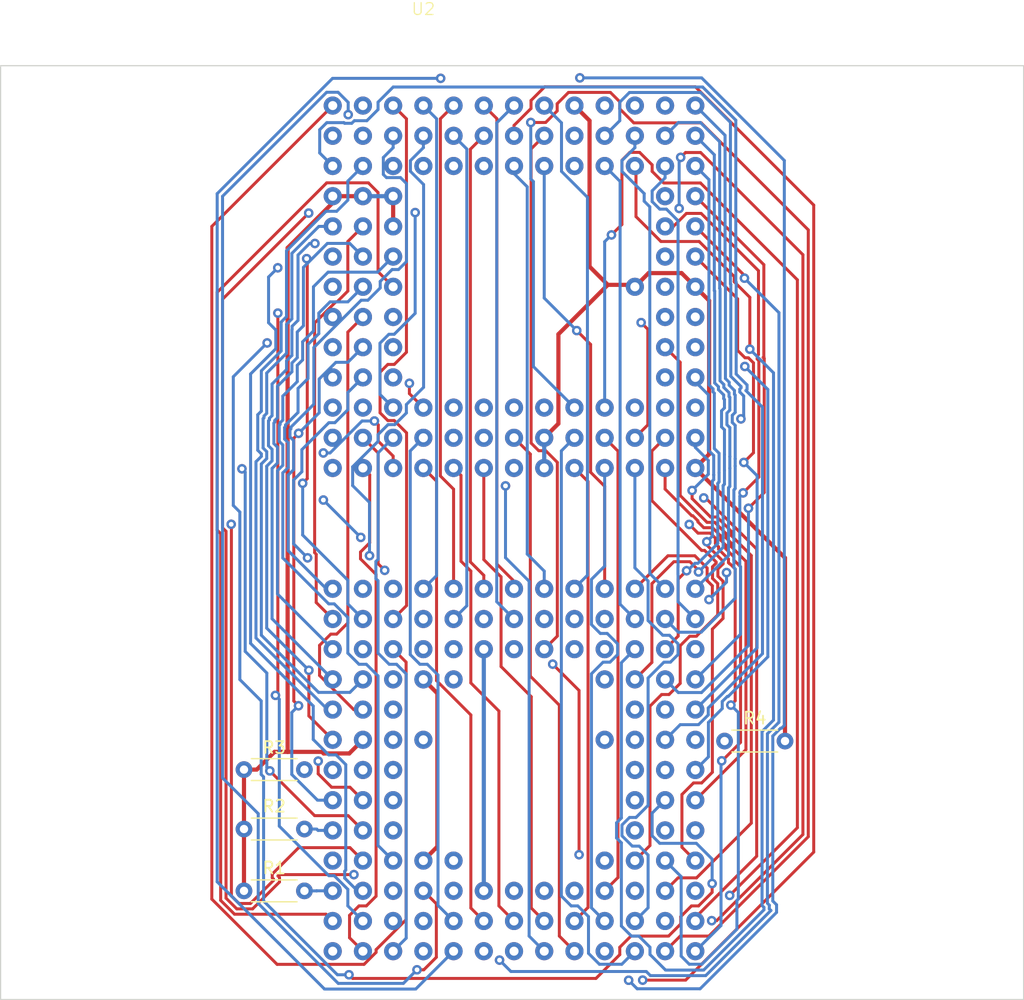
<source format=kicad_pcb>
(kicad_pcb (version 20240108) (generator "pcbnew") (generator_version "8.0")
  (layers (0 "F.Cu" signal) (1 "In1.Cu" signal) (2 "In2.Cu" signal) (31 "B.Cu" signal) (34 "B.Paste" user) (35 "F.Paste" user) (36 "B.SilkS" user "B.Silkscreen") (37 "F.SilkS" user "F.Silkscreen") (38 "B.Mask" user) (39 "F.Mask" user) (44 "Edge.Cuts" user))
  (net 0 "")
  (net 1 "VCC")
  (net 2 "Net-(U1-CBACK)")
  (net 3 "/BR")
  (net 4 "/A0")
  (net 5 "/A30")
  (net 6 "/A28")
  (net 7 "/A26")
  (net 8 "/A24")
  (net 9 "/A23")
  (net 10 "/A21")
  (net 11 "/A19")
  (net 12 "/A17")
  (net 13 "/A15")
  (net 14 "/A13")
  (net 15 "/A10")
  (net 16 "/RMC")
  (net 17 "/BG")
  (net 18 "/A31")
  (net 19 "/A29")
  (net 20 "/A27")
  (net 21 "/A25")
  (net 22 "/A22")
  (net 23 "/A20")
  (net 24 "/A16")
  (net 25 "/A14")
  (net 26 "/A12")
  (net 27 "/A8")
  (net 28 "/A7")
  (net 29 "/FC1")
  (net 31 "/BGACK")
  (net 32 "/A1")
  (net 33 "GND")
  (net 34 "/A18")
  (net 35 "/A11")
  (net 36 "/A9")
  (net 37 "/A5")
  (net 38 "/A4")
  (net 39 "/FC2")
  (net 40 "/FC0")
  (net 41 "/OCS")
  (net 42 "/A6")
  (net 43 "/A3")
  (net 44 "/A2")
  (net 45 "Net-(U1-CLK)")
  (net 46 "/AVEC")
  (net 47 "/IPEND")
  (net 48 "/DSACK0")
  (net 49 "/RESET")
  (net 50 "/DSACK1")
  (net 51 "/IPL2")
  (net 52 "/IPL1")
  (net 53 "/BERR")
  (net 54 "/HALT")
  (net 55 "Net-(U1-CDIS)")
  (net 56 "/IPL0")
  (net 57 "/AS")
  (net 61 "/DS")
  (net 62 "/SIZ0")
  (net 63 "/D5")
  (net 64 "/D1")
  (net 65 "/D0")
  (net 66 "/SIZ1")
  (net 67 "/R_W")
  (net 68 "/D30")
  (net 69 "/D10")
  (net 70 "/D7")
  (net 71 "/D4")
  (net 72 "/D2")
  (net 73 "/DBEN")
  (net 74 "/ECS")
  (net 75 "/D29")
  (net 76 "/D27")
  (net 77 "/D24")
  (net 78 "/D22")
  (net 79 "/D20")
  (net 80 "/D17")
  (net 81 "/D14")
  (net 82 "/D12")
  (net 83 "/D9")
  (net 84 "/D6")
  (net 85 "/D3")
  (net 86 "/D31")
  (net 87 "/D28")
  (net 88 "/D26")
  (net 89 "/D25")
  (net 90 "/D23")
  (net 91 "/D21")
  (net 92 "/D19")
  (net 93 "/D18")
  (net 94 "/D16")
  (net 95 "/D15")
  (net 96 "/D13")
  (net 97 "/D11")
  (net 98 "/D8")
  (net 99 "Net-(U1-CIIN)")
  (net 100 "Net-(U1-STERM)")
  (net 101 "Net-(U1-MMUDIS)")
  (footprint "Resistor_THT:R_Axial_DIN0204_L3.6mm_D1.6mm_P5.08mm_Horizontal" (layer "F.Cu") (at 119.54 110.2 180)
    (property "Reference" "R3")
    (property "Value" "R1k")
  )
  (footprint "68k:PGA114_68020" (layer "F.Cu") (at 129.54 46.734)
    (property "Reference" "U2")
    (property "Value" "68020")
  )
  (footprint "Resistor_THT:R_Axial_DIN0204_L3.6mm_D1.6mm_P5.08mm_Horizontal" (layer "F.Cu") (at 114.46 120.4)
    (property "Reference" "R1")
    (property "Value" "R1k")
  )
  (footprint "68k:PGA114_68030" (layer "F.Cu") (at 132.08 87.374)
    (property "Reference" "U1" (hide yes))
    (property "Value" "68030" (hide yes))
  )
  (footprint "Resistor_THT:R_Axial_DIN0204_L3.6mm_D1.6mm_P5.08mm_Horizontal" (layer "F.Cu") (at 114.46 115.2)
    (property "Reference" "R2")
    (property "Value" "R1k")
  )
  (footprint "Resistor_THT:R_Axial_DIN0204_L3.6mm_D1.6mm_P5.08mm_Horizontal" (layer "F.Cu") (at 154.86 107.8)
    (property "Reference" "R4")
    (property "Value" "R1k")
  )
  (gr_rect (start 94 51) (end 180 129.54) (stroke (width 0.1)) (fill none) (layer "Edge.Cuts"))
  (segment (start 145.0438 69.4304) (end 143.51 67.8966) (width 0.35) (layer "F.Cu") (net 1))
  (segment (start 147.1564 69.4304) (end 145.0438 69.4304) (width 0.35) (layer "F.Cu") (net 1))
  (segment (start 152.4 84.834) (end 153.5598 83.6742) (width 0.35) (layer "F.Cu") (net 1))
  (segment (start 121.0207 108.7095) (end 118.1283 108.7095) (width 0.35) (layer "F.Cu") (net 1))
  (segment (start 123.3115 108.8425) (end 121.1537 108.8425) (width 0.35) (layer "F.Cu") (net 1))
  (segment (start 121.92 62.5318) (end 118.1283 66.3235) (width 0.35) (layer "F.Cu") (net 1))
  (segment (start 127 64.514) (end 127 61.974) (width 0.35) (layer "F.Cu") (net 1))
  (segment (start 117.0272 108.7095) (end 115.5367 110.2) (width 0.35) (layer "F.Cu") (net 1))
  (segment (start 114.46 120.4) (end 114.46 115.2) (width 0.35) (layer "F.Cu") (net 1))
  (segment (start 114.46 110.2) (end 115.5367 110.2) (width 0.35) (layer "F.Cu") (net 1))
  (segment (start 145.0438 69.4304) (end 140.8918 73.5824) (width 0.35) (layer "F.Cu") (net 1))
  (segment (start 121.1537 108.8425) (end 121.0207 108.7095) (width 0.35) (layer "F.Cu") (net 1))
  (segment (start 121.92 61.974) (end 121.92 62.5318) (width 0.35) (layer "F.Cu") (net 1))
  (segment (start 159.94 92.3935) (end 159.94 107.8) (width 0.35) (layer "F.Cu") (net 1))
  (segment (start 152.4 69.594) (end 151.2483 68.4423) (width 0.35) (layer "F.Cu") (net 1))
  (segment (start 124.46 107.694) (end 123.3115 108.8425) (width 0.35) (layer "F.Cu") (net 1))
  (segment (start 153.5598 83.6742) (end 153.5598 70.7538) (width 0.35) (layer "F.Cu") (net 1))
  (segment (start 124.46 61.974) (end 121.92 61.974) (width 0.35) (layer "F.Cu") (net 1))
  (segment (start 130.7174 116.6766) (end 130.7174 103.7914) (width 0.35) (layer "F.Cu") (net 1))
  (segment (start 118.1283 66.3235) (end 118.1283 108.7095) (width 0.35) (layer "F.Cu") (net 1))
  (segment (start 118.1283 108.7095) (end 117.0272 108.7095) (width 0.35) (layer "F.Cu") (net 1))
  (segment (start 143.51 67.8966) (end 143.51 55.624) (width 0.35) (layer "F.Cu") (net 1))
  (segment (start 153.5598 70.7538) (end 152.4 69.594) (width 0.35) (layer "F.Cu") (net 1))
  (segment (start 129.54 117.854) (end 130.7174 116.6766) (width 0.35) (layer "F.Cu") (net 1))
  (segment (start 143.51 55.624) (end 142.24 54.354) (width 0.35) (layer "F.Cu") (net 1))
  (segment (start 114.46 115.2) (end 114.46 110.2) (width 0.35) (layer "F.Cu") (net 1))
  (segment (start 152.4 84.8535) (end 159.94 92.3935) (width 0.35) (layer "F.Cu") (net 1))
  (segment (start 130.7174 103.7914) (end 129.54 102.614) (width 0.35) (layer "F.Cu") (net 1))
  (segment (start 148.4717 68.4423) (end 147.32 69.594) (width 0.35) (layer "F.Cu") (net 1))
  (segment (start 151.2483 68.4423) (end 148.4717 68.4423) (width 0.35) (layer "F.Cu") (net 1))
  (segment (start 140.8918 73.5824) (end 140.8918 81.1022) (width 0.35) (layer "F.Cu") (net 1))
  (segment (start 140.8918 81.1022) (end 139.7 82.294) (width 0.35) (layer "F.Cu") (net 1))
  (segment (start 147.32 69.594) (end 147.1564 69.4304) (width 0.35) (layer "F.Cu") (net 1))
  (segment (start 152.4 84.834) (end 152.4 84.8535) (width 0.35) (layer "F.Cu") (net 1))
  (segment (start 127 61.974) (end 124.46 61.974) (width 0.35) (layer "B.Cu") (net 1))
  (segment (start 139.7 84.834) (end 139.7 82.294) (width 0.35) (layer "B.Cu") (net 1))
  (segment (start 134.62 120.394) (end 134.62 100.074) (width 0.35) (layer "B.Cu") (net 1))
  (segment (start 121.92 115.314) (end 120.6807 115.314) (width 0.25) (layer "B.Cu") (net 2))
  (segment (start 119.54 115.2) (end 120.5667 115.2) (width 0.25) (layer "B.Cu") (net 2))
  (segment (start 120.6807 115.314) (end 120.5667 115.2) (width 0.25) (layer "B.Cu") (net 2))
  (segment (start 120.3308 74.7044) (end 120.3308 79.4726) (width 0.25) (layer "B.Cu") (net 3))
  (segment (start 120.3308 79.4726) (end 118.4024 81.401) (width 0.25) (layer "B.Cu") (net 3))
  (segment (start 125.9113 69.6894) (end 124.8788 70.7219) (width 0.25) (layer "B.Cu") (net 3))
  (segment (start 118.629 84.9791) (end 118.1773 85.4308) (width 0.25) (layer "B.Cu") (net 3))
  (segment (start 126.4372 60.4109) (end 127.6185 60.4109) (width 0.25) (layer "B.Cu") (net 3))
  (segment (start 127.6185 60.4109) (end 128.1234 60.9158) (width 0.25) (layer "B.Cu") (net 3))
  (segment (start 126.1742 58.7201) (end 126.1742 60.1479) (width 0.25) (layer "B.Cu") (net 3))
  (segment (start 125.9113 69.143) (end 125.9113 69.6894) (width 0.25) (layer "B.Cu") (net 3))
  (segment (start 118.3268 81.6169) (end 118.3268 82.2187) (width 0.25) (layer "B.Cu") (net 3))
  (segment (start 121.3819 94.994) (end 121.92 94.994) (width 0.25) (layer "B.Cu") (net 3))
  (segment (start 128.1234 60.9158) (end 128.1234 67.4704) (width 0.25) (layer "B.Cu") (net 3))
  (segment (start 124.8788 70.7219) (end 124.3133 70.7219) (width 0.25) (layer "B.Cu") (net 3))
  (segment (start 118.1773 85.4308) (end 118.1773 91.7894) (width 0.25) (layer "B.Cu") (net 3))
  (segment (start 118.4024 81.401) (end 118.4024 81.5413) (width 0.25) (layer "B.Cu") (net 3))
  (segment (start 118.4024 81.5413) (end 118.3268 81.6169) (width 0.25) (layer "B.Cu") (net 3))
  (segment (start 127 57.8944) (end 126.9999 57.8944) (width 0.25) (layer "B.Cu") (net 3))
  (segment (start 124.3133 70.7219) (end 120.3308 74.7044) (width 0.25) (layer "B.Cu") (net 3))
  (segment (start 118.1773 91.7894) (end 121.3819 94.994) (width 0.25) (layer "B.Cu") (net 3))
  (segment (start 127 56.894) (end 127 57.8944) (width 0.25) (layer "B.Cu") (net 3))
  (segment (start 126.9116 68.1427) (end 125.9113 69.143) (width 0.25) (layer "B.Cu") (net 3))
  (segment (start 126.9999 57.8944) (end 126.1742 58.7201) (width 0.25) (layer "B.Cu") (net 3))
  (segment (start 118.3268 82.2187) (end 118.629 82.5209) (width 0.25) (layer "B.Cu") (net 3))
  (segment (start 126.1742 60.1479) (end 126.4372 60.4109) (width 0.25) (layer "B.Cu") (net 3))
  (segment (start 127.4511 68.1427) (end 126.9116 68.1427) (width 0.25) (layer "B.Cu") (net 3))
  (segment (start 118.629 82.5209) (end 118.629 84.9791) (width 0.25) (layer "B.Cu") (net 3))
  (segment (start 128.1234 67.4704) (end 127.4511 68.1427) (width 0.25) (layer "B.Cu") (net 3))
  (via (at 125.0115 92.2077) (size 0.8) (drill 0.4) (layers "F.Cu" "B.Cu") (net 5))
  (segment (start 123.5954 84.7314) (end 123.5954 86.3174) (width 0.25) (layer "B.Cu") (net 5))
  (segment (start 125.0114 87.7334) (end 125.0114 92.2077) (width 0.25) (layer "B.Cu") (net 5))
  (segment (start 128.4513 58.983) (end 128.4513 59.885) (width 0.25) (layer "B.Cu") (net 5))
  (segment (start 129.5587 60.9924) (end 129.5587 78.0477) (width 0.25) (layer "B.Cu") (net 5))
  (segment (start 129.5399 57.8944) (end 128.4513 58.983) (width 0.25) (layer "B.Cu") (net 5))
  (segment (start 123.5954 86.3174) (end 125.0114 87.7334) (width 0.25) (layer "B.Cu") (net 5))
  (segment (start 129.5587 78.0477) (end 128.1107 79.4957) (width 0.25) (layer "B.Cu") (net 5))
  (segment (start 125.0114 92.2077) (end 125.0115 92.2077) (width 0.25) (layer "B.Cu") (net 5))
  (segment (start 127.1347 81.184) (end 126.5702 81.184) (width 0.25) (layer "B.Cu") (net 5))
  (segment (start 126.5702 81.184) (end 125.73 82.0242) (width 0.25) (layer "B.Cu") (net 5))
  (segment (start 125.73 82.0242) (end 125.73 82.5968) (width 0.25) (layer "B.Cu") (net 5))
  (segment (start 128.1107 79.4957) (end 128.1107 80.208) (width 0.25) (layer "B.Cu") (net 5))
  (segment (start 129.54 57.8944) (end 129.5399 57.8944) (width 0.25) (layer "B.Cu") (net 5))
  (segment (start 128.4513 59.885) (end 129.5587 60.9924) (width 0.25) (layer "B.Cu") (net 5))
  (segment (start 129.54 56.894) (end 129.54 57.8944) (width 0.25) (layer "B.Cu") (net 5))
  (segment (start 128.1107 80.208) (end 127.1347 81.184) (width 0.25) (layer "B.Cu") (net 5))
  (segment (start 125.73 82.5968) (end 123.5954 84.7314) (width 0.25) (layer "B.Cu") (net 5))
  (segment (start 130.6512 93.8828) (end 130.6512 55.4652) (width 0.25) (layer "B.Cu") (net 6))
  (segment (start 130.6512 55.4652) (end 129.54 54.354) (width 0.25) (layer "B.Cu") (net 6))
  (segment (start 129.54 94.994) (end 130.6512 93.8828) (width 0.25) (layer "B.Cu") (net 6))
  (segment (start 132.08 86.6167) (end 130.9709 85.5076) (width 0.25) (layer "F.Cu") (net 7))
  (segment (start 130.9709 85.5076) (end 130.9709 55.4631) (width 0.25) (layer "F.Cu") (net 7))
  (segment (start 130.9709 55.4631) (end 132.08 54.354) (width 0.25) (layer "F.Cu") (net 7))
  (segment (start 132.08 94.994) (end 132.08 86.6167) (width 0.25) (layer "F.Cu") (net 7))
  (segment (start 134.62 94.994) (end 134.62 93.8632) (width 0.25) (layer "F.Cu") (net 8))
  (segment (start 134.62 93.8632) (end 133.4932 92.7364) (width 0.25) (layer "F.Cu") (net 8))
  (segment (start 133.4932 58.0208) (end 134.62 56.894) (width 0.25) (layer "F.Cu") (net 8))
  (segment (start 133.4932 92.7364) (end 133.4932 58.0208) (width 0.25) (layer "F.Cu") (net 8))
  (segment (start 134.62 54.354) (end 135.7175 55.4515) (width 0.25) (layer "F.Cu") (net 9))
  (segment (start 135.7175 92.9128) (end 137.16 94.3553) (width 0.25) (layer "F.Cu") (net 9))
  (segment (start 137.16 94.3553) (end 137.16 94.994) (width 0.25) (layer "F.Cu") (net 9))
  (segment (start 135.7175 55.4515) (end 135.7175 92.9128) (width 0.25) (layer "F.Cu") (net 9))
  (segment (start 138.2712 92.076) (end 139.7 93.5048) (width 0.25) (layer "B.Cu") (net 10))
  (segment (start 137.16 60.0727) (end 138.2712 61.1839) (width 0.25) (layer "B.Cu") (net 10))
  (segment (start 139.7 93.5048) (end 139.7 94.994) (width 0.25) (layer "B.Cu") (net 10))
  (segment (start 138.2712 61.1839) (end 138.2712 92.076) (width 0.25) (layer "B.Cu") (net 10))
  (segment (start 137.16 59.434) (end 137.16 60.0727) (width 0.25) (layer "B.Cu") (net 10))
  (segment (start 141.1513 55.8053) (end 141.1513 59.885) (width 0.25) (layer "B.Cu") (net 11))
  (segment (start 143.3314 62.0651) (end 143.3314 93.8532) (width 0.25) (layer "B.Cu") (net 11))
  (segment (start 142.24 94.9446) (end 142.24 94.994) (width 0.25) (layer "B.Cu") (net 11))
  (segment (start 141.1513 59.885) (end 143.3314 62.0651) (width 0.25) (layer "B.Cu") (net 11))
  (segment (start 143.3314 93.8532) (end 142.24 94.9446) (width 0.25) (layer "B.Cu") (net 11))
  (segment (start 139.7 54.354) (end 141.1513 55.8053) (width 0.25) (layer "B.Cu") (net 11))
  (segment (start 143.5998 85.1935) (end 144.78 86.3737) (width 0.25) (layer "F.Cu") (net 12))
  (segment (start 142.4334 73.2763) (end 143.5998 74.4427) (width 0.25) (layer "F.Cu") (net 12))
  (segment (start 143.5998 74.4427) (end 143.5998 85.1935) (width 0.25) (layer "F.Cu") (net 12))
  (segment (start 144.78 86.3737) (end 144.78 94.994) (width 0.25) (layer "F.Cu") (net 12))
  (via (at 142.4334 73.2763) (size 0.8) (drill 0.4) (layers "F.Cu" "B.Cu") (net 12))
  (segment (start 139.7 70.5429) (end 139.7 59.434) (width 0.25) (layer "B.Cu") (net 12))
  (segment (start 142.4334 73.2763) (end 139.7 70.5429) (width 0.25) (layer "B.Cu") (net 12))
  (segment (start 152.3651 92.2191) (end 153.3951 93.2491) (width 0.25) (layer "F.Cu") (net 13))
  (segment (start 153.3951 94.3053) (end 153.8318 94.742) (width 0.25) (layer "F.Cu") (net 13))
  (segment (start 153.8318 94.742) (end 153.8318 95.6221) (width 0.25) (layer "F.Cu") (net 13))
  (segment (start 147.32 94.994) (end 150.0949 92.2191) (width 0.25) (layer "F.Cu") (net 13))
  (segment (start 153.8318 95.6221) (end 153.551 95.9029) (width 0.25) (layer "F.Cu") (net 13))
  (segment (start 150.0949 92.2191) (end 152.3651 92.2191) (width 0.25) (layer "F.Cu") (net 13))
  (segment (start 153.3951 93.2491) (end 153.3951 94.3053) (width 0.25) (layer "F.Cu") (net 13))
  (via (at 153.551 95.9029) (size 0.8) (drill 0.4) (layers "F.Cu" "B.Cu") (net 13))
  (via (at 156.235 80.7036) (size 0.8) (drill 0.4) (layers "F.Cu" "B.Cu") (net 13))
  (via (at 155.0252 93.6302) (size 0.8) (drill 0.4) (layers "F.Cu" "B.Cu") (net 13))
  (segment (start 156.2484 78.09) (end 156.1398 78.1986) (width 0.25) (layer "B.Cu") (net 13))
  (segment (start 144.78 56.894) (end 146.05 55.624) (width 0.25) (layer "B.Cu") (net 13))
  (segment (start 155.3522 69.358) (end 155.3838 69.3896) (width 0.25) (layer "B.Cu") (net 13))
  (segment (start 146.05 54.0643) (end 146.8646 53.2497) (width 0.25) (layer "B.Cu") (net 13))
  (segment (start 155.0252 94.4287) (end 155.0252 93.6302) (width 0.25) (layer "B.Cu") (net 13))
  (segment (start 153.551 95.9029) (end 155.0252 94.4287) (width 0.25) (layer "B.Cu") (net 13))
  (segment (start 152.8355 53.2497) (end 155.3522 55.7664) (width 0.25) (layer "B.Cu") (net 13))
  (segment (start 156.1398 78.1986) (end 156.1398 78.4469) (width 0.25) (layer "B.Cu") (net 13))
  (segment (start 156.1398 78.4469) (end 156.4673 78.7744) (width 0.25) (layer "B.Cu") (net 13))
  (segment (start 156.2484 77.9866) (end 156.2484 78.09) (width 0.25) (layer "B.Cu") (net 13))
  (segment (start 146.8646 53.2497) (end 152.8355 53.2497) (width 0.25) (layer "B.Cu") (net 13))
  (segment (start 156.4673 78.7744) (end 156.4673 80.4713) (width 0.25) (layer "B.Cu") (net 13))
  (segment (start 155.3838 69.3896) (end 155.3838 77.122) (width 0.25) (layer "B.Cu") (net 13))
  (segment (start 156.4673 80.4713) (end 156.235 80.7036) (width 0.25) (layer "B.Cu") (net 13))
  (segment (start 155.3522 55.7664) (end 155.3522 69.358) (width 0.25) (layer "B.Cu") (net 13))
  (segment (start 146.05 55.624) (end 146.05 54.0643) (width 0.25) (layer "B.Cu") (net 13))
  (segment (start 155.3838 77.122) (end 156.2484 77.9866) (width 0.25) (layer "B.Cu") (net 13))
  (segment (start 148.574 93.708) (end 149.86 94.994) (width 0.25) (layer "B.Cu") (net 14))
  (segment (start 148.1017 62.3942) (end 148.574 62.8665) (width 0.25) (layer "B.Cu") (net 14))
  (segment (start 147.32 57.8944) (end 147.3199 57.8944) (width 0.25) (layer "B.Cu") (net 14))
  (segment (start 148.574 62.8665) (end 148.574 93.708) (width 0.25) (layer "B.Cu") (net 14))
  (segment (start 147.32 56.894) (end 147.32 57.8944) (width 0.25) (layer "B.Cu") (net 14))
  (segment (start 147.3199 57.8944) (end 146.2313 58.983) (width 0.25) (layer "B.Cu") (net 14))
  (segment (start 146.2313 59.885) (end 148.1016 61.7553) (width 0.25) (layer "B.Cu") (net 14))
  (segment (start 148.1016 61.7553) (end 148.1017 61.7553) (width 0.25) (layer "B.Cu") (net 14))
  (segment (start 146.2313 58.983) (end 146.2313 59.885) (width 0.25) (layer "B.Cu") (net 14))
  (segment (start 148.1017 61.7553) (end 148.1017 62.3942) (width 0.25) (layer "B.Cu") (net 14))
  (segment (start 150.9764 55.7776) (end 152.8273 55.7776) (width 0.25) (layer "B.Cu") (net 15))
  (segment (start 154.4488 69.7322) (end 154.4804 69.7638) (width 0.25) (layer "B.Cu") (net 15))
  (segment (start 155.3021 86.3753) (end 155.2392 86.4382) (width 0.25) (layer "B.Cu") (net 15))
  (segment (start 152.8273 55.7776) (end 154.4488 57.3991) (width 0.25) (layer "B.Cu") (net 15))
  (segment (start 154.4804 77.4962) (end 154.7965 77.8123) (width 0.25) (layer "B.Cu") (net 15))
  (segment (start 155.2392 86.4382) (end 155.2392 86.4549) (width 0.25) (layer "B.Cu") (net 15))
  (segment (start 154.4804 69.7638) (end 154.4804 77.4962) (width 0.25) (layer "B.Cu") (net 15))
  (segment (start 154.7965 78.0606) (end 155.2364 78.5005) (width 0.25) (layer "B.Cu") (net 15))
  (segment (start 155.3006 83.8765) (end 155.3006 84.8525) (width 0.25) (layer "B.Cu") (net 15))
  (segment (start 155.3021 78.8868) (end 155.3021 79.9701) (width 0.25) (layer "B.Cu") (net 15))
  (segment (start 155.3021 81.4371) (end 155.3021 83.875) (width 0.25) (layer "B.Cu") (net 15))
  (segment (start 155.1906 92.2034) (end 152.4 94.994) (width 0.25) (layer "B.Cu") (net 15))
  (segment (start 155.2364 78.5005) (end 155.2364 78.8211) (width 0.25) (layer "B.Cu") (net 15))
  (segment (start 155.2392 86.4549) (end 155.1906 86.5035) (width 0.25) (layer "B.Cu") (net 15))
  (segment (start 155.0566 81.1916) (end 155.3021 81.4371) (width 0.25) (layer "B.Cu") (net 15))
  (segment (start 155.3021 83.875) (end 155.3006 83.8765) (width 0.25) (layer "B.Cu") (net 15))
  (segment (start 149.86 56.894) (end 150.9764 55.7776) (width 0.25) (layer "B.Cu") (net 15))
  (segment (start 154.4488 57.3991) (end 154.4488 69.7322) (width 0.25) (layer "B.Cu") (net 15))
  (segment (start 155.2364 78.8211) (end 155.3021 78.8868) (width 0.25) (layer "B.Cu") (net 15))
  (segment (start 155.0566 80.2156) (end 155.0566 81.1916) (width 0.25) (layer "B.Cu") (net 15))
  (segment (start 154.7965 77.8123) (end 154.7965 78.0606) (width 0.25) (layer "B.Cu") (net 15))
  (segment (start 155.3021 79.9701) (end 155.0566 80.2156) (width 0.25) (layer "B.Cu") (net 15))
  (segment (start 155.3021 84.854) (end 155.3021 86.3753) (width 0.25) (layer "B.Cu") (net 15))
  (segment (start 155.3006 84.8525) (end 155.3021 84.854) (width 0.25) (layer "B.Cu") (net 15))
  (segment (start 155.1906 86.5035) (end 155.1906 92.2034) (width 0.25) (layer "B.Cu") (net 15))
  (segment (start 122.2791 70.864) (end 123.19 69.9531) (width 0.25) (layer "F.Cu") (net 16))
  (segment (start 120.3996 91.9564) (end 120.3996 72.6395) (width 0.25) (layer "F.Cu") (net 16))
  (segment (start 123.19 65.784) (end 124.46 64.514) (width 0.25) (layer "F.Cu") (net 16))
  (segment (start 122.1751 70.864) (end 122.2791 70.864) (width 0.25) (layer "F.Cu") (net 16))
  (segment (start 120.3996 72.6395) (end 122.1751 70.864) (width 0.25) (layer "F.Cu") (net 16))
  (segment (start 120.5321 96.1461) (end 120.5321 92.0889) (width 0.25) (layer "F.Cu") (net 16))
  (segment (start 123.19 69.9531) (end 123.19 65.784) (width 0.25) (layer "F.Cu") (net 16))
  (segment (start 121.92 97.534) (end 120.5321 96.1461) (width 0.25) (layer "F.Cu") (net 16))
  (segment (start 120.5321 92.0889) (end 120.3996 91.9564) (width 0.25) (layer "F.Cu") (net 16))
  (segment (start 119.3928 86.1181) (end 119.7802 85.7307) (width 0.25) (layer "F.Cu") (net 17))
  (segment (start 119.7802 67.2757) (end 119.7291 67.2246) (width 0.25) (layer "F.Cu") (net 17))
  (segment (start 119.7802 85.7307) (end 119.7802 67.2757) (width 0.25) (layer "F.Cu") (net 17))
  (via (at 119.7291 67.2246) (size 0.8) (drill 0.4) (layers "F.Cu" "B.Cu") (net 17))
  (via (at 119.3928 86.1181) (size 0.8) (drill 0.4) (layers "F.Cu" "B.Cu") (net 17))
  (segment (start 123.19 94.2699) (end 119.3928 90.4727) (width 0.25) (layer "B.Cu") (net 17))
  (segment (start 119.3928 90.4727) (end 119.3928 86.1181) (width 0.25) (layer "B.Cu") (net 17))
  (segment (start 123.19 96.264) (end 123.19 94.2699) (width 0.25) (layer "B.Cu") (net 17))
  (segment (start 124.46 97.534) (end 123.19 96.264) (width 0.25) (layer "B.Cu") (net 17))
  (segment (start 126.549 76.1253) (end 127.0885 76.1253) (width 0.25) (layer "F.Cu") (net 18))
  (segment (start 125.8987 76.7756) (end 126.549 76.1253) (width 0.25) (layer "F.Cu") (net 18))
  (segment (start 127.0885 76.1253) (end 128.1165 75.0973) (width 0.25) (layer "F.Cu") (net 18))
  (segment (start 127.0885 80.8427) (end 126.549 80.8427) (width 0.25) (layer "F.Cu") (net 18))
  (segment (start 128.1165 55.4705) (end 127 54.354) (width 0.25) (layer "F.Cu") (net 18))
  (segment (start 127 97.534) (end 128.1277 96.4063) (width 0.25) (layer "F.Cu") (net 18))
  (segment (start 128.1165 75.0973) (end 128.1165 55.4705) (width 0.25) (layer "F.Cu") (net 18))
  (segment (start 125.8987 80.1924) (end 125.8987 76.7756) (width 0.25) (layer "F.Cu") (net 18))
  (segment (start 128.1277 96.4063) (end 128.1277 81.8819) (width 0.25) (layer "F.Cu") (net 18))
  (segment (start 128.1277 81.8819) (end 127.0885 80.8427) (width 0.25) (layer "F.Cu") (net 18))
  (segment (start 126.549 80.8427) (end 125.8987 80.1924) (width 0.25) (layer "F.Cu") (net 18))
  (segment (start 132.08 97.534) (end 133.1912 96.4228) (width 0.25) (layer "B.Cu") (net 20))
  (segment (start 133.1912 58.0052) (end 132.08 56.894) (width 0.25) (layer "B.Cu") (net 20))
  (segment (start 133.1912 96.4228) (end 133.1912 58.0052) (width 0.25) (layer "B.Cu") (net 20))
  (segment (start 135.7087 55.8053) (end 137.16 54.354) (width 0.25) (layer "B.Cu") (net 22))
  (segment (start 137.16 97.534) (end 135.7087 96.0827) (width 0.25) (layer "B.Cu") (net 22))
  (segment (start 135.7087 96.0827) (end 135.7087 55.8053) (width 0.25) (layer "B.Cu") (net 22))
  (segment (start 162.354 62.7244) (end 152.4007 52.7711) (width 0.25) (layer "F.Cu") (net 23))
  (segment (start 147.9753 127.9075) (end 151.5865 127.9075) (width 0.25) (layer "F.Cu") (net 23))
  (segment (start 139.7432 52.7711) (end 138.5893 53.925) (width 0.25) (layer "F.Cu") (net 23))
  (segment (start 152.4007 52.7711) (end 139.7432 52.7711) (width 0.25) (layer "F.Cu") (net 23))
  (segment (start 137.16 56.0241) (end 137.16 56.894) (width 0.25) (layer "F.Cu") (net 23))
  (segment (start 142.6285 117.3578) (end 142.6285 103.5479) (width 0.25) (layer "F.Cu") (net 23))
  (segment (start 138.5893 54.5948) (end 137.16 56.0241) (width 0.25) (layer "F.Cu") (net 23))
  (segment (start 142.6285 103.5479) (end 140.4112 101.3306) (width 0.25) (layer "F.Cu") (net 23))
  (segment (start 138.5893 53.925) (end 138.5893 54.5948) (width 0.25) (layer "F.Cu") (net 23))
  (segment (start 151.5865 127.9075) (end 162.354 117.14) (width 0.25) (layer "F.Cu") (net 23))
  (segment (start 162.354 117.14) (end 162.354 62.7244) (width 0.25) (layer "F.Cu") (net 23))
  (via (at 140.4112 101.3306) (size 0.8) (drill 0.4) (layers "F.Cu" "B.Cu") (net 23))
  (via (at 147.9753 127.9075) (size 0.8) (drill 0.4) (layers "F.Cu" "B.Cu") (net 23))
  (via (at 142.6285 117.3578) (size 0.8) (drill 0.4) (layers "F.Cu" "B.Cu") (net 23))
  (segment (start 146.0778 96.2918) (end 146.0778 60.7318) (width 0.25) (layer "B.Cu") (net 26))
  (segment (start 147.32 97.534) (end 146.0778 96.2918) (width 0.25) (layer "B.Cu") (net 26))
  (segment (start 146.0778 60.7318) (end 144.78 59.434) (width 0.25) (layer "B.Cu") (net 26))
  (segment (start 155.2482 77.6252) (end 155.2482 77.8735) (width 0.25) (layer "B.Cu") (net 27))
  (segment (start 155.5083 80.4027) (end 155.5083 81.0045) (width 0.25) (layer "B.Cu") (net 27))
  (segment (start 152.8943 98.647) (end 150.973 98.647) (width 0.25) (layer "B.Cu") (net 27))
  (segment (start 152.4 54.354) (end 154.9005 56.8545) (width 0.25) (layer "B.Cu") (net 27))
  (segment (start 154.9321 69.5767) (end 154.9321 77.3091) (width 0.25) (layer "B.Cu") (net 27))
  (segment (start 155.7538 84.6669) (end 155.7538 86.5624) (width 0.25) (layer "B.Cu") (net 27))
  (segment (start 155.7538 80.1572) (end 155.5083 80.4027) (width 0.25) (layer "B.Cu") (net 27))
  (segment (start 155.5083 81.0045) (end 155.7538 81.25) (width 0.25) (layer "B.Cu") (net 27))
  (segment (start 155.7519 93.3292) (end 155.7519 95.7894) (width 0.25) (layer "B.Cu") (net 27))
  (segment (start 155.6423 86.6906) (end 155.6423 93.2196) (width 0.25) (layer "B.Cu") (net 27))
  (segment (start 154.9005 56.8545) (end 154.9005 69.5451) (width 0.25) (layer "B.Cu") (net 27))
  (segment (start 155.2482 77.8735) (end 155.6881 78.3134) (width 0.25) (layer "B.Cu") (net 27))
  (segment (start 155.7538 86.5624) (end 155.6909 86.6253) (width 0.25) (layer "B.Cu") (net 27))
  (segment (start 155.6881 78.634) (end 155.7538 78.6997) (width 0.25) (layer "B.Cu") (net 27))
  (segment (start 154.9321 77.3091) (end 155.2482 77.6252) (width 0.25) (layer "B.Cu") (net 27))
  (segment (start 155.7538 81.25) (end 155.7538 84.0621) (width 0.25) (layer "B.Cu") (net 27))
  (segment (start 155.6909 86.6253) (end 155.6909 86.642) (width 0.25) (layer "B.Cu") (net 27))
  (segment (start 155.7523 84.6654) (end 155.7538 84.6669) (width 0.25) (layer "B.Cu") (net 27))
  (segment (start 155.7538 78.6997) (end 155.7538 80.1572) (width 0.25) (layer "B.Cu") (net 27))
  (segment (start 154.9005 69.5451) (end 154.9321 69.5767) (width 0.25) (layer "B.Cu") (net 27))
  (segment (start 155.7519 95.7894) (end 152.8943 98.647) (width 0.25) (layer "B.Cu") (net 27))
  (segment (start 155.6909 86.642) (end 155.6423 86.6906) (width 0.25) (layer "B.Cu") (net 27))
  (segment (start 155.7538 84.0621) (end 155.7523 84.0636) (width 0.25) (layer "B.Cu") (net 27))
  (segment (start 155.6423 93.2196) (end 155.7519 93.3292) (width 0.25) (layer "B.Cu") (net 27))
  (segment (start 155.7523 84.0636) (end 155.7523 84.6654) (width 0.25) (layer "B.Cu") (net 27))
  (segment (start 150.973 98.647) (end 149.86 97.534) (width 0.25) (layer "B.Cu") (net 27))
  (segment (start 155.6881 78.3134) (end 155.6881 78.634) (width 0.25) (layer "B.Cu") (net 27))
  (segment (start 148.7713 62.425) (end 149.409 63.0627) (width 0.25) (layer "B.Cu") (net 28))
  (segment (start 148.7713 61.523) (end 148.7713 62.425) (width 0.25) (layer "B.Cu") (net 28))
  (segment (start 149.8599 60.4344) (end 148.7713 61.523) (width 0.25) (layer "B.Cu") (net 28))
  (segment (start 149.409 63.0627) (end 149.973 63.0627) (width 0.25) (layer "B.Cu") (net 28))
  (segment (start 150.9398 93.1739) (end 150.9398 93.7757) (width 0.25) (layer "B.Cu") (net 28))
  (segment (start 150.9487 96.0827) (end 152.4 97.534) (width 0.25) (layer "B.Cu") (net 28))
  (segment (start 150.9487 93.7846) (end 150.9487 96.0827) (width 0.25) (layer "B.Cu") (net 28))
  (segment (start 150.9487 93.165) (end 150.9398 93.1739) (width 0.25) (layer "B.Cu") (net 28))
  (segment (start 149.86 60.4344) (end 149.8599 60.4344) (width 0.25) (layer "B.Cu") (net 28))
  (segment (start 150.9487 64.0384) (end 150.9487 93.165) (width 0.25) (layer "B.Cu") (net 28))
  (segment (start 149.973 63.0627) (end 150.9487 64.0384) (width 0.25) (layer "B.Cu") (net 28))
  (segment (start 149.86 59.434) (end 149.86 60.4344) (width 0.25) (layer "B.Cu") (net 28))
  (segment (start 150.9398 93.7757) (end 150.9487 93.7846) (width 0.25) (layer "B.Cu") (net 28))
  (segment (start 117.7256 80.8002) (end 117.499 81.0268) (width 0.25) (layer "B.Cu") (net 29))
  (segment (start 118.9402 76.1942) (end 118.9402 77.5684) (width 0.25) (layer "B.Cu") (net 29))
  (segment (start 117.7256 82.8951) (end 117.7256 84.6049) (width 0.25) (layer "B.Cu") (net 29))
  (segment (start 117.2739 95.4279) (end 121.92 100.074) (width 0.25) (layer "B.Cu") (net 29))
  (segment (start 127 67.054) (end 125.6899 68.3641) (width 0.25) (layer "B.Cu") (net 29))
  (segment (start 117.4234 81.2427) (end 117.4234 82.5929) (width 0.25) (layer "B.Cu") (net 29))
  (segment (start 117.7256 84.6049) (end 117.2739 85.0566) (width 0.25) (layer "B.Cu") (net 29))
  (segment (start 117.7256 78.783) (end 117.7256 80.8002) (width 0.25) (layer "B.Cu") (net 29))
  (segment (start 119.3919 75.7425) (end 118.9402 76.1942) (width 0.25) (layer "B.Cu") (net 29))
  (segment (start 125.6899 68.3641) (end 121.5285 68.3641) (width 0.25) (layer "B.Cu") (net 29))
  (segment (start 117.499 81.1671) (end 117.4234 81.2427) (width 0.25) (layer "B.Cu") (net 29))
  (segment (start 120.2995 69.5931) (end 120.2995 73.3111) (width 0.25) (layer "B.Cu") (net 29))
  (segment (start 120.2995 73.3111) (end 119.3919 74.2187) (width 0.25) (layer "B.Cu") (net 29))
  (segment (start 117.2739 85.0566) (end 117.2739 95.4279) (width 0.25) (layer "B.Cu") (net 29))
  (segment (start 119.3919 74.2187) (end 119.3919 75.7425) (width 0.25) (layer "B.Cu") (net 29))
  (segment (start 117.4234 82.5929) (end 117.7256 82.8951) (width 0.25) (layer "B.Cu") (net 29))
  (segment (start 121.5285 68.3641) (end 120.2995 69.5931) (width 0.25) (layer "B.Cu") (net 29))
  (segment (start 117.499 81.0268) (end 117.499 81.1671) (width 0.25) (layer "B.Cu") (net 29))
  (segment (start 118.9402 77.5684) (end 117.7256 78.783) (width 0.25) (layer "B.Cu") (net 29))
  (segment (start 128.0887 122.8206) (end 128.0887 101.1627) (width 0.25) (layer "F.Cu") (net 31))
  (segment (start 121.92 54.354) (end 111.7551 64.5189) (width 0.25) (layer "F.Cu") (net 31))
  (segment (start 125.5673 125.5673) (end 125.5673 125.342) (width 0.25) (layer "F.Cu") (net 31))
  (segment (start 128.0887 101.1627) (end 127 100.074) (width 0.25) (layer "F.Cu") (net 31))
  (segment (start 124.554 126.5806) (end 125.5673 125.5673) (width 0.25) (layer "F.Cu") (net 31))
  (segment (start 117.2419 126.5806) (end 124.554 126.5806) (width 0.25) (layer "F.Cu") (net 31))
  (segment (start 111.7551 121.0938) (end 117.2419 126.5806) (width 0.25) (layer "F.Cu") (net 31))
  (segment (start 111.7551 64.5189) (end 111.7551 121.0938) (width 0.25) (layer "F.Cu") (net 31))
  (segment (start 125.5673 125.342) (end 128.0887 122.8206) (width 0.25) (layer "F.Cu") (net 31))
  (segment (start 138.5971 57.9969) (end 139.7 56.894) (width 0.25) (layer "F.Cu") (net 34))
  (segment (start 140.801 98.973) (end 140.801 84.3584) (width 0.25) (layer "F.Cu") (net 34))
  (segment (start 139.7 100.074) (end 140.801 98.973) (width 0.25) (layer "F.Cu") (net 34))
  (segment (start 139.8253 83.3827) (end 139.2405 83.3827) (width 0.25) (layer "F.Cu") (net 34))
  (segment (start 140.801 84.3584) (end 139.8253 83.3827) (width 0.25) (layer "F.Cu") (net 34))
  (segment (start 139.2405 83.3827) (end 138.5971 82.7393) (width 0.25) (layer "F.Cu") (net 34))
  (segment (start 138.5971 82.7393) (end 138.5971 57.9969) (width 0.25) (layer "F.Cu") (net 34))
  (segment (start 147.4127 59.5267) (end 147.4128 59.5267) (width 0.25) (layer "F.Cu") (net 36))
  (segment (start 147.4128 63.6893) (end 149.5075 65.784) (width 0.25) (layer "F.Cu") (net 36))
  (segment (start 156.9823 70.4824) (end 156.9823 74.8415) (width 0.25) (layer "F.Cu") (net 36))
  (segment (start 152.7226 65.784) (end 155.6708 68.7322) (width 0.25) (layer "F.Cu") (net 36))
  (segment (start 149.5075 65.784) (end 152.7226 65.784) (width 0.25) (layer "F.Cu") (net 36))
  (segment (start 147.4128 59.5267) (end 147.4128 63.6893) (width 0.25) (layer "F.Cu") (net 36))
  (segment (start 155.6708 68.7322) (end 155.6708 69.1709) (width 0.25) (layer "F.Cu") (net 36))
  (segment (start 147.32 59.434) (end 147.4127 59.5267) (width 0.25) (layer "F.Cu") (net 36))
  (segment (start 156.9823 74.8415) (end 156.9824 74.8415) (width 0.25) (layer "F.Cu") (net 36))
  (segment (start 155.6708 69.1709) (end 156.9823 70.4824) (width 0.25) (layer "F.Cu") (net 36))
  (via (at 156.9824 74.8415) (size 0.8) (drill 0.4) (layers "F.Cu" "B.Cu") (net 36))
  (segment (start 149.9013 127.0621) (end 148.59 125.7508) (width 0.25) (layer "B.Cu") (net 36))
  (segment (start 156.9824 74.8415) (end 158.9739 76.833) (width 0.25) (layer "B.Cu") (net 36))
  (segment (start 146.1844 101.2096) (end 147.32 100.074) (width 0.25) (layer "B.Cu") (net 36))
  (segment (start 148.59 125.1418) (end 147.6522 124.204) (width 0.25) (layer "B.Cu") (net 36))
  (segment (start 158.0099 107.0005) (end 158.0099 121.6281) (width 0.25) (layer "B.Cu") (net 36))
  (segment (start 158.0099 121.6281) (end 158.169 121.7872) (width 0.25) (layer "B.Cu") (net 36))
  (segment (start 153.1009 127.0621) (end 149.9013 127.0621) (width 0.25) (layer "B.Cu") (net 36))
  (segment (start 158.169 121.994) (end 153.1009 127.0621) (width 0.25) (layer "B.Cu") (net 36))
  (segment (start 146.1844 116.3569) (end 145.7796 115.9521) (width 0.25) (layer "B.Cu") (net 36))
  (segment (start 147.0312 124.204) (end 146.1844 123.3572) (width 0.25) (layer "B.Cu") (net 36))
  (segment (start 158.169 121.7872) (end 158.169 121.994) (width 0.25) (layer "B.Cu") (net 36))
  (segment (start 146.1844 123.3572) (end 146.1844 116.3569) (width 0.25) (layer "B.Cu") (net 36))
  (segment (start 148.59 125.7508) (end 148.59 125.1418) (width 0.25) (layer "B.Cu") (net 36))
  (segment (start 145.7796 114.6759) (end 146.1844 114.2711) (width 0.25) (layer "B.Cu") (net 36))
  (segment (start 158.9739 106.0365) (end 158.0099 107.0005) (width 0.25) (layer "B.Cu") (net 36))
  (segment (start 147.6522 124.204) (end 147.0312 124.204) (width 0.25) (layer "B.Cu") (net 36))
  (segment (start 146.1844 114.2711) (end 146.1844 101.2096) (width 0.25) (layer "B.Cu") (net 36))
  (segment (start 145.7796 115.9521) (end 145.7796 114.6759) (width 0.25) (layer "B.Cu") (net 36))
  (segment (start 158.9739 76.833) (end 158.9739 106.0365) (width 0.25) (layer "B.Cu") (net 36))
  (segment (start 150.9591 98.9749) (end 149.86 100.074) (width 0.25) (layer "F.Cu") (net 37))
  (segment (start 151.6665 93.4748) (end 150.9591 94.1822) (width 0.25) (layer "F.Cu") (net 37))
  (segment (start 150.9591 94.1822) (end 150.9591 98.9749) (width 0.25) (layer "F.Cu") (net 37))
  (via (at 151.6665 93.4748) (size 0.8) (drill 0.4) (layers "F.Cu" "B.Cu") (net 37))
  (segment (start 154.2872 86.1293) (end 154.2872 91.1801) (width 0.25) (layer "B.Cu") (net 37))
  (segment (start 154.3358 86.0807) (end 154.2872 86.1293) (width 0.25) (layer "B.Cu") (net 37))
  (segment (start 153.9975 83.1964) (end 154.3972 83.5961) (width 0.25) (layer "B.Cu") (net 37))
  (segment (start 154.3358 86.064) (end 154.3358 86.0807) (width 0.25) (layer "B.Cu") (net 37))
  (segment (start 153.8931 78.1865) (end 153.8931 78.4348) (width 0.25) (layer "B.Cu") (net 37))
  (segment (start 154.2872 91.1801) (end 152.6166 92.8507) (width 0.25) (layer "B.Cu") (net 37))
  (segment (start 154.3987 86.0011) (end 154.3358 86.064) (width 0.25) (layer "B.Cu") (net 37))
  (segment (start 153.9975 78.5392) (end 153.9975 83.1964) (width 0.25) (layer "B.Cu") (net 37))
  (segment (start 154.3972 85.2267) (end 154.3987 85.2282) (width 0.25) (layer "B.Cu") (net 37))
  (segment (start 152.3674 92.8507) (end 151.7434 93.4747) (width 0.25) (layer "B.Cu") (net 37))
  (segment (start 152.4 59.434) (end 153.5454 60.5794) (width 0.25) (layer "B.Cu") (net 37))
  (segment (start 153.5454 60.5794) (end 153.5454 77.8388) (width 0.25) (layer "B.Cu") (net 37))
  (segment (start 151.7434 93.4747) (end 151.7434 93.4748) (width 0.25) (layer "B.Cu") (net 37))
  (segment (start 152.6166 92.8507) (end 152.3674 92.8507) (width 0.25) (layer "B.Cu") (net 37))
  (segment (start 154.3972 83.5961) (end 154.3972 85.2267) (width 0.25) (layer "B.Cu") (net 37))
  (segment (start 153.5454 77.8388) (end 153.8931 78.1865) (width 0.25) (layer "B.Cu") (net 37))
  (segment (start 151.7434 93.4748) (end 151.6665 93.4748) (width 0.25) (layer "B.Cu") (net 37))
  (segment (start 154.3987 85.2282) (end 154.3987 86.0011) (width 0.25) (layer "B.Cu") (net 37))
  (segment (start 153.8931 78.4348) (end 153.9975 78.5392) (width 0.25) (layer "B.Cu") (net 37))
  (segment (start 118.4885 76.7425) (end 117.2739 77.9571) (width 0.25) (layer "B.Cu") (net 39))
  (segment (start 119.458 67.9571) (end 119.458 72.8749) (width 0.25) (layer "B.Cu") (net 39))
  (segment (start 124.46 67.054) (end 123.3503 65.9443) (width 0.25) (layer "B.Cu") (net 39))
  (segment (start 117.2739 80.6131) (end 117.0473 80.8397) (width 0.25) (layer "B.Cu") (net 39))
  (segment (start 117.0473 80.8397) (end 117.0473 80.98) (width 0.25) (layer "B.Cu") (net 39))
  (segment (start 118.4885 76.0071) (end 118.4885 76.7425) (width 0.25) (layer "B.Cu") (net 39))
  (segment (start 118.9402 73.3927) (end 118.9402 75.5554) (width 0.25) (layer "B.Cu") (net 39))
  (segment (start 117.2739 77.9571) (end 117.2739 80.6131) (width 0.25) (layer "B.Cu") (net 39))
  (segment (start 117.2739 83.0822) (end 117.2739 84.4178) (width 0.25) (layer "B.Cu") (net 39))
  (segment (start 117.0473 80.98) (end 116.9717 81.0556) (width 0.25) (layer "B.Cu") (net 39))
  (segment (start 116.8222 84.8695) (end 116.8222 97.5162) (width 0.25) (layer "B.Cu") (net 39))
  (segment (start 116.9717 82.78) (end 117.2739 83.0822) (width 0.25) (layer "B.Cu") (net 39))
  (segment (start 116.9717 81.0556) (end 116.9717 82.78) (width 0.25) (layer "B.Cu") (net 39))
  (segment (start 116.8222 97.5162) (end 121.92 102.614) (width 0.25) (layer "B.Cu") (net 39))
  (segment (start 123.3503 65.9443) (end 121.4708 65.9443) (width 0.25) (layer "B.Cu") (net 39))
  (segment (start 119.458 72.8749) (end 118.9402 73.3927) (width 0.25) (layer "B.Cu") (net 39))
  (segment (start 118.9402 75.5554) (end 118.4885 76.0071) (width 0.25) (layer "B.Cu") (net 39))
  (segment (start 117.2739 84.4178) (end 116.8222 84.8695) (width 0.25) (layer "B.Cu") (net 39))
  (segment (start 121.4708 65.9443) (end 119.458 67.9571) (width 0.25) (layer "B.Cu") (net 39))
  (segment (start 116.0683 80.6814) (end 116.0683 83.1542) (width 0.25) (layer "B.Cu") (net 40))
  (segment (start 118.0368 75.1812) (end 116.3705 76.8475) (width 0.25) (layer "B.Cu") (net 40))
  (segment (start 118.4852 66.7857) (end 118.4852 72.2955) (width 0.25) (layer "B.Cu") (net 40))
  (segment (start 116.1439 80.4655) (end 116.1439 80.6058) (width 0.25) (layer "B.Cu") (net 40))
  (segment (start 120.7569 64.514) (end 118.4852 66.7857) (width 0.25) (layer "B.Cu") (net 40))
  (segment (start 118.0368 72.7439) (end 118.0368 75.1812) (width 0.25) (layer "B.Cu") (net 40))
  (segment (start 115.9188 84.4953) (end 115.9188 98.8958) (width 0.25) (layer "B.Cu") (net 40))
  (segment (start 116.3705 76.8475) (end 116.3705 80.2389) (width 0.25) (layer "B.Cu") (net 40))
  (segment (start 116.0683 83.1542) (end 116.3705 83.4564) (width 0.25) (layer "B.Cu") (net 40))
  (segment (start 118.4852 72.2955) (end 118.0368 72.7439) (width 0.25) (layer "B.Cu") (net 40))
  (segment (start 116.1439 80.6058) (end 116.0683 80.6814) (width 0.25) (layer "B.Cu") (net 40))
  (segment (start 115.9188 98.8958) (end 120.7304 103.7074) (width 0.25) (layer "B.Cu") (net 40))
  (segment (start 116.3705 84.0436) (end 115.9188 84.4953) (width 0.25) (layer "B.Cu") (net 40))
  (segment (start 116.3705 83.4564) (end 116.3705 84.0436) (width 0.25) (layer "B.Cu") (net 40))
  (segment (start 121.92 64.514) (end 120.7569 64.514) (width 0.25) (layer "B.Cu") (net 40))
  (segment (start 123.3666 103.7074) (end 124.46 102.614) (width 0.25) (layer "B.Cu") (net 40))
  (segment (start 116.3705 80.2389) (end 116.1439 80.4655) (width 0.25) (layer "B.Cu") (net 40))
  (segment (start 120.7304 103.7074) (end 123.3666 103.7074) (width 0.25) (layer "B.Cu") (net 40))
  (segment (start 156.5306 68.6446) (end 156.5306 68.87) (width 0.25) (layer "F.Cu") (net 41))
  (segment (start 152.4 64.514) (end 156.5306 68.6446) (width 0.25) (layer "F.Cu") (net 41))
  (via (at 156.5306 68.87) (size 0.8) (drill 0.4) (layers "F.Cu" "B.Cu") (net 41))
  (via (at 135.9418 126.2239) (size 0.8) (drill 0.4) (layers "F.Cu" "B.Cu") (net 41))
  (segment (start 148.2763 127.1808) (end 136.8987 127.1808) (width 0.25) (layer "B.Cu") (net 41))
  (segment (start 159.4307 106.2186) (end 159.3772 106.2721) (width 0.25) (layer "B.Cu") (net 41))
  (segment (start 156.5306 68.87) (end 159.4307 71.7701) (width 0.25) (layer "B.Cu") (net 41))
  (segment (start 159.4307 71.7701) (end 159.4307 106.2186) (width 0.25) (layer "B.Cu") (net 41))
  (segment (start 153.2729 127.5289) (end 148.6244 127.5289) (width 0.25) (layer "B.Cu") (net 41))
  (segment (start 158.4616 121.441) (end 158.6207 121.6001) (width 0.25) (layer "B.Cu") (net 41))
  (segment (start 158.7519 122.0498) (end 158.7519 122.0499) (width 0.25) (layer "B.Cu") (net 41))
  (segment (start 158.4616 107.1876) (end 158.4616 121.441) (width 0.25) (layer "B.Cu") (net 41))
  (segment (start 158.6207 121.9186) (end 158.7519 122.0498) (width 0.25) (layer "B.Cu") (net 41))
  (segment (start 159.3772 106.2721) (end 159.3771 106.2721) (width 0.25) (layer "B.Cu") (net 41))
  (segment (start 158.6207 121.6001) (end 158.6207 121.9186) (width 0.25) (layer "B.Cu") (net 41))
  (segment (start 136.8987 127.1808) (end 135.9418 126.2239) (width 0.25) (layer "B.Cu") (net 41))
  (segment (start 158.7519 122.0499) (end 153.2729 127.5289) (width 0.25) (layer "B.Cu") (net 41))
  (segment (start 148.6244 127.5289) (end 148.2763 127.1808) (width 0.25) (layer "B.Cu") (net 41))
  (segment (start 159.3771 106.2721) (end 158.4616 107.1876) (width 0.25) (layer "B.Cu") (net 41))
  (segment (start 151.9473 92.7187) (end 152.6683 93.4397) (width 0.25) (layer "F.Cu") (net 42))
  (segment (start 148.7487 101.1853) (end 148.7487 94.5644) (width 0.25) (layer "F.Cu") (net 42))
  (segment (start 148.7487 94.5644) (end 150.5944 92.7187) (width 0.25) (layer "F.Cu") (net 42))
  (segment (start 150.5944 92.7187) (end 151.9473 92.7187) (width 0.25) (layer "F.Cu") (net 42))
  (segment (start 152.6683 93.4397) (end 152.6683 93.5774) (width 0.25) (layer "F.Cu") (net 42))
  (segment (start 147.32 102.614) (end 148.7487 101.1853) (width 0.25) (layer "F.Cu") (net 42))
  (via (at 152.6683 93.5774) (size 0.8) (drill 0.4) (layers "F.Cu" "B.Cu") (net 42))
  (segment (start 152.4 56.894) (end 153.9971 58.4911) (width 0.25) (layer "B.Cu") (net 42))
  (segment (start 154.8504 81.6242) (end 154.8504 83.6879) (width 0.25) (layer "B.Cu") (net 42))
  (segment (start 154.0287 69.9509) (end 154.0287 77.6833) (width 0.25) (layer "B.Cu") (net 42))
  (segment (start 154.7847 79.0082) (end 154.8504 79.0739) (width 0.25) (layer "B.Cu") (net 42))
  (segment (start 154.8504 86.1882) (end 154.7875 86.2511) (width 0.25) (layer "B.Cu") (net 42))
  (segment (start 154.7875 86.2678) (end 154.7389 86.3164) (width 0.25) (layer "B.Cu") (net 42))
  (segment (start 154.3448 78.2477) (end 154.7847 78.6876) (width 0.25) (layer "B.Cu") (net 42))
  (segment (start 154.0287 77.6833) (end 154.3448 77.9994) (width 0.25) (layer "B.Cu") (net 42))
  (segment (start 154.7389 86.3164) (end 154.7389 91.5068) (width 0.25) (layer "B.Cu") (net 42))
  (segment (start 154.3448 77.9994) (end 154.3448 78.2477) (width 0.25) (layer "B.Cu") (net 42))
  (segment (start 154.7389 91.5068) (end 152.6683 93.5774) (width 0.25) (layer "B.Cu") (net 42))
  (segment (start 154.8504 83.6879) (end 154.8489 83.6894) (width 0.25) (layer "B.Cu") (net 42))
  (segment (start 153.9971 58.4911) (end 153.9971 69.9193) (width 0.25) (layer "B.Cu") (net 42))
  (segment (start 154.7875 86.2511) (end 154.7875 86.2678) (width 0.25) (layer "B.Cu") (net 42))
  (segment (start 154.8504 85.0411) (end 154.8504 86.1882) (width 0.25) (layer "B.Cu") (net 42))
  (segment (start 154.6049 80.0285) (end 154.6049 81.3787) (width 0.25) (layer "B.Cu") (net 42))
  (segment (start 153.9971 69.9193) (end 154.0287 69.9509) (width 0.25) (layer "B.Cu") (net 42))
  (segment (start 154.8489 85.0396) (end 154.8504 85.0411) (width 0.25) (layer "B.Cu") (net 42))
  (segment (start 154.7847 78.6876) (end 154.7847 79.0082) (width 0.25) (layer "B.Cu") (net 42))
  (segment (start 154.6049 81.3787) (end 154.8504 81.6242) (width 0.25) (layer "B.Cu") (net 42))
  (segment (start 154.8504 79.783) (end 154.6049 80.0285) (width 0.25) (layer "B.Cu") (net 42))
  (segment (start 154.8489 83.6894) (end 154.8489 85.0396) (width 0.25) (layer "B.Cu") (net 42))
  (segment (start 154.8504 79.0739) (end 154.8504 79.783) (width 0.25) (layer "B.Cu") (net 42))
  (segment (start 158.1924 75.6198) (end 158.1924 86.8943) (width 0.25) (layer "F.Cu") (net 43))
  (segment (start 152.4 61.974) (end 158.1608 67.7348) (width 0.25) (layer "F.Cu") (net 43))
  (segment (start 158.1924 86.8943) (end 156.8678 88.2189) (width 0.25) (layer "F.Cu") (net 43))
  (segment (start 158.1608 75.4863) (end 158.1099 75.5372) (width 0.25) (layer "F.Cu") (net 43))
  (segment (start 158.1099 75.5372) (end 158.1099 75.5373) (width 0.25) (layer "F.Cu") (net 43))
  (segment (start 158.1608 67.7348) (end 158.1608 75.4863) (width 0.25) (layer "F.Cu") (net 43))
  (segment (start 158.1099 75.5373) (end 158.1924 75.6198) (width 0.25) (layer "F.Cu") (net 43))
  (via (at 156.8678 88.2189) (size 0.8) (drill 0.4) (layers "F.Cu" "B.Cu") (net 43))
  (segment (start 152.9233 103.7197) (end 156.8678 99.7752) (width 0.25) (layer "B.Cu") (net 43))
  (segment (start 150.9657 103.7197) (end 152.9233 103.7197) (width 0.25) (layer "B.Cu") (net 43))
  (segment (start 149.86 102.614) (end 150.9657 103.7197) (width 0.25) (layer "B.Cu") (net 43))
  (segment (start 156.8678 99.7752) (end 156.8678 88.2189) (width 0.25) (layer "B.Cu") (net 43))
  (segment (start 157.7407 75.8069) (end 157.7407 85.6031) (width 0.25) (layer "F.Cu") (net 44))
  (segment (start 150.5586 64.514) (end 151.6517 63.4209) (width 0.25) (layer "F.Cu") (net 44))
  (segment (start 151.6517 63.4209) (end 152.8892 63.4209) (width 0.25) (layer "F.Cu") (net 44))
  (segment (start 149.86 64.514) (end 150.5586 64.514) (width 0.25) (layer "F.Cu") (net 44))
  (segment (start 157.6043 75.404) (end 157.6043 75.6705) (width 0.25) (layer "F.Cu") (net 44))
  (segment (start 157.7091 75.2992) (end 157.6043 75.404) (width 0.25) (layer "F.Cu") (net 44))
  (segment (start 157.7091 68.2408) (end 157.7091 75.2992) (width 0.25) (layer "F.Cu") (net 44))
  (segment (start 152.8892 63.4209) (end 157.7091 68.2408) (width 0.25) (layer "F.Cu") (net 44))
  (segment (start 157.7407 85.6031) (end 156.4176 86.9262) (width 0.25) (layer "F.Cu") (net 44))
  (segment (start 157.6043 75.6705) (end 157.7407 75.8069) (width 0.25) (layer "F.Cu") (net 44))
  (via (at 156.4176 86.9262) (size 0.8) (drill 0.4) (layers "F.Cu" "B.Cu") (net 44))
  (segment (start 156.1411 87.2027) (end 156.4176 86.9262) (width 0.25) (layer "B.Cu") (net 44))
  (segment (start 156.2036 93.1421) (end 156.1411 93.0796) (width 0.25) (layer "B.Cu") (net 44))
  (segment (start 152.4 102.614) (end 156.2036 98.8104) (width 0.25) (layer "B.Cu") (net 44))
  (segment (start 156.2036 98.8104) (end 156.2036 93.1421) (width 0.25) (layer "B.Cu") (net 44))
  (segment (start 156.1411 93.0796) (end 156.1411 87.2027) (width 0.25) (layer "B.Cu") (net 44))
  (segment (start 115.6166 83.3413) (end 115.9188 83.6435) (width 0.25) (layer "B.Cu") (net 45))
  (segment (start 115.9188 83.6435) (end 115.9188 83.8565) (width 0.25) (layer "B.Cu") (net 45))
  (segment (start 115.6166 80.354) (end 115.6166 83.3413) (width 0.25) (layer "B.Cu") (net 45))
  (segment (start 115.4671 84.3082) (end 115.4671 99.1275) (width 0.25) (layer "B.Cu") (net 45))
  (segment (start 115.9188 80.0518) (end 115.6166 80.354) (width 0.25) (layer "B.Cu") (net 45))
  (segment (start 117.5851 72.5547) (end 117.5851 74.9941) (width 0.25) (layer "B.Cu") (net 45))
  (segment (start 122.2522 63.244) (end 121.3594 63.244) (width 0.25) (layer "B.Cu") (net 45))
  (segment (start 115.9188 83.8565) (end 115.4671 84.3082) (width 0.25) (layer "B.Cu") (net 45))
  (segment (start 118.0335 72.1084) (end 117.6078 72.5341) (width 0.25) (layer "B.Cu") (net 45))
  (segment (start 118.0335 66.5699) (end 118.0335 72.1084) (width 0.25) (layer "B.Cu") (net 45))
  (segment (start 115.9188 76.6604) (end 115.9188 80.0518) (width 0.25) (layer "B.Cu") (net 45))
  (segment (start 123.19 62.3062) (end 122.2522 63.244) (width 0.25) (layer "B.Cu") (net 45))
  (segment (start 123.19 60.704) (end 123.19 62.3062) (width 0.25) (layer "B.Cu") (net 45))
  (segment (start 117.5851 74.9941) (end 115.9188 76.6604) (width 0.25) (layer "B.Cu") (net 45))
  (segment (start 121.4936 105.154) (end 121.92 105.154) (width 0.25) (layer "B.Cu") (net 45))
  (segment (start 124.46 59.434) (end 123.19 60.704) (width 0.25) (layer "B.Cu") (net 45))
  (segment (start 117.6057 72.5341) (end 117.5851 72.5547) (width 0.25) (layer "B.Cu") (net 45))
  (segment (start 121.3594 63.244) (end 118.0335 66.5699) (width 0.25) (layer "B.Cu") (net 45))
  (segment (start 115.4671 99.1275) (end 121.4936 105.154) (width 0.25) (layer "B.Cu") (net 45))
  (segment (start 117.6078 72.5341) (end 117.6057 72.5341) (width 0.25) (layer "B.Cu") (net 45))
  (segment (start 123.19 97.8659) (end 123.19 73.404) (width 0.25) (layer "F.Cu") (net 46))
  (segment (start 120.8139 99.7484) (end 121.7583 98.804) (width 0.25) (layer "F.Cu") (net 46))
  (segment (start 121.7583 98.804) (end 122.2519 98.804) (width 0.25) (layer "F.Cu") (net 46))
  (segment (start 124.46 105.154) (end 123.6831 105.154) (width 0.25) (layer "F.Cu") (net 46))
  (segment (start 123.6831 105.154) (end 120.8139 102.2848) (width 0.25) (layer "F.Cu") (net 46))
  (segment (start 120.8139 102.2848) (end 120.8139 99.7484) (width 0.25) (layer "F.Cu") (net 46))
  (segment (start 122.2519 98.804) (end 123.19 97.8659) (width 0.25) (layer "F.Cu") (net 46))
  (segment (start 123.19 73.404) (end 124.46 72.134) (width 0.25) (layer "F.Cu") (net 46))
  (segment (start 156.8633 75.5683) (end 156.5809 75.5683) (width 0.25) (layer "F.Cu") (net 47))
  (segment (start 155.9583 70.6123) (end 152.4 67.054) (width 0.25) (layer "F.Cu") (net 47))
  (segment (start 155.9583 74.9457) (end 155.9583 70.6123) (width 0.25) (layer "F.Cu") (net 47))
  (segment (start 156.5809 75.5683) (end 155.9583 74.9457) (width 0.25) (layer "F.Cu") (net 47))
  (segment (start 157.289 75.994) (end 156.8633 75.5683) (width 0.25) (layer "F.Cu") (net 47))
  (segment (start 157.289 83.5545) (end 157.289 75.994) (width 0.25) (layer "F.Cu") (net 47))
  (segment (start 156.479 84.3645) (end 157.289 83.5545) (width 0.25) (layer "F.Cu") (net 47))
  (via (at 156.479 84.3645) (size 0.8) (drill 0.4) (layers "F.Cu" "B.Cu") (net 47))
  (segment (start 157.5946 85.4801) (end 157.5946 99.9594) (width 0.25) (layer "B.Cu") (net 47))
  (segment (start 157.5946 99.9594) (end 152.4 105.154) (width 0.25) (layer "B.Cu") (net 47))
  (segment (start 156.479 84.3645) (end 157.5946 85.4801) (width 0.25) (layer "B.Cu") (net 47))
  (segment (start 121.92 107.694) (end 119.915 105.689) (width 0.25) (layer "F.Cu") (net 48))
  (segment (start 119.915 105.689) (end 119.915 101.8463) (width 0.25) (layer "F.Cu") (net 48))
  (via (at 119.915 101.8463) (size 0.8) (drill 0.4) (layers "F.Cu" "B.Cu") (net 48))
  (via (at 120.422 65.9504) (size 0.8) (drill 0.4) (layers "F.Cu" "B.Cu") (net 48))
  (segment (start 116.52 82.9671) (end 116.8222 83.2693) (width 0.25) (layer "B.Cu") (net 48))
  (segment (start 120.422 65.9504) (end 119.9741 65.9504) (width 0.25) (layer "B.Cu") (net 48))
  (segment (start 119.9741 65.9504) (end 119.0024 66.9221) (width 0.25) (layer "B.Cu") (net 48))
  (segment (start 118.5055 72.914) (end 118.5055 73.1886) (width 0.25) (layer "B.Cu") (net 48))
  (segment (start 116.8222 83.2693) (end 116.8222 84.2307) (width 0.25) (layer "B.Cu") (net 48))
  (segment (start 116.3705 98.3018) (end 119.915 101.8463) (width 0.25) (layer "B.Cu") (net 48))
  (segment (start 116.3705 84.6824) (end 116.3705 98.3018) (width 0.25) (layer "B.Cu") (net 48))
  (segment (start 116.8222 80.426) (end 116.5956 80.6526) (width 0.25) (layer "B.Cu") (net 48))
  (segment (start 116.8222 77.7675) (end 116.8222 80.426) (width 0.25) (layer "B.Cu") (net 48))
  (segment (start 116.8222 84.2307) (end 116.3705 84.6824) (width 0.25) (layer "B.Cu") (net 48))
  (segment (start 118.0368 75.82) (end 118.0368 76.5529) (width 0.25) (layer "B.Cu") (net 48))
  (segment (start 119.0024 72.4171) (end 118.5055 72.914) (width 0.25) (layer "B.Cu") (net 48))
  (segment (start 118.4885 75.3683) (end 118.0368 75.82) (width 0.25) (layer "B.Cu") (net 48))
  (segment (start 116.52 80.8685) (end 116.52 82.9671) (width 0.25) (layer "B.Cu") (net 48))
  (segment (start 119.0024 66.9221) (end 119.0024 72.4171) (width 0.25) (layer "B.Cu") (net 48))
  (segment (start 116.5956 80.6526) (end 116.5956 80.7929) (width 0.25) (layer "B.Cu") (net 48))
  (segment (start 118.4885 73.2056) (end 118.4885 75.3683) (width 0.25) (layer "B.Cu") (net 48))
  (segment (start 118.5055 73.1886) (end 118.4885 73.2056) (width 0.25) (layer "B.Cu") (net 48))
  (segment (start 116.5956 80.7929) (end 116.52 80.8685) (width 0.25) (layer "B.Cu") (net 48))
  (segment (start 118.0368 76.5529) (end 116.8222 77.7675) (width 0.25) (layer "B.Cu") (net 48))
  (segment (start 155.8355 76.9349) (end 156.7518 77.8512) (width 0.25) (layer "B.Cu") (net 49))
  (segment (start 124.7922 55.624) (end 125.73 54.6862) (width 0.25) (layer "B.Cu") (net 49))
  (segment (start 155.8039 55.5792) (end 155.8039 69.1709) (width 0.25) (layer "B.Cu") (net 49))
  (segment (start 152.6698 106.424) (end 151.13 106.424) (width 0.25) (layer "B.Cu") (net 49))
  (segment (start 155.8039 69.1709) (end 155.8355 69.2025) (width 0.25) (layer "B.Cu") (net 49))
  (segment (start 120.8254 56.3833) (end 121.4205 55.7882) (width 0.25) (layer "B.Cu") (net 49))
  (segment (start 121.4205 55.7882) (end 122.8639 55.7882) (width 0.25) (layer "B.Cu") (net 49))
  (segment (start 125.73 54.6862) (end 125.73 54.0652) (width 0.25) (layer "B.Cu") (net 49))
  (segment (start 156.6545 78.3227) (end 156.6545 78.3228) (width 0.25) (layer "B.Cu") (net 49))
  (segment (start 153.4887 105.0105) (end 153.4887 105.6051) (width 0.25) (layer "B.Cu") (net 49))
  (segment (start 153.0175 52.7928) (end 155.8039 55.5792) (width 0.25) (layer "B.Cu") (net 49))
  (segment (start 158.0463 100.4529) (end 153.4887 105.0105) (width 0.25) (layer "B.Cu") (net 49))
  (segment (start 120.8254 58.3394) (end 120.8254 56.3833) (width 0.25) (layer "B.Cu") (net 49))
  (segment (start 123.5205 55.8429) (end 123.7394 55.624) (width 0.25) (layer "B.Cu") (net 49))
  (segment (start 156.7518 77.8512) (end 156.7518 78.2254) (width 0.25) (layer "B.Cu") (net 49))
  (segment (start 122.9186 55.8429) (end 123.5205 55.8429) (width 0.25) (layer "B.Cu") (net 49))
  (segment (start 122.8639 55.7882) (end 122.9186 55.8429) (width 0.25) (layer "B.Cu") (net 49))
  (segment (start 158.0463 79.7146) (end 158.0463 100.4529) (width 0.25) (layer "B.Cu") (net 49))
  (segment (start 155.8355 69.2025) (end 155.8355 76.9349) (width 0.25) (layer "B.Cu") (net 49))
  (segment (start 153.4887 105.6051) (end 152.6698 106.424) (width 0.25) (layer "B.Cu") (net 49))
  (segment (start 151.13 106.424) (end 149.86 107.694) (width 0.25) (layer "B.Cu") (net 49))
  (segment (start 156.6545 78.3228) (end 158.0463 79.7146) (width 0.25) (layer "B.Cu") (net 49))
  (segment (start 121.92 59.434) (end 120.8254 58.3394) (width 0.25) (layer "B.Cu") (net 49))
  (segment (start 156.7518 78.2254) (end 156.6545 78.3227) (width 0.25) (layer "B.Cu") (net 49))
  (segment (start 123.7394 55.624) (end 124.7922 55.624) (width 0.25) (layer "B.Cu") (net 49))
  (segment (start 125.73 54.0652) (end 127.0024 52.7928) (width 0.25) (layer "B.Cu") (net 49))
  (segment (start 127.0024 52.7928) (end 153.0175 52.7928) (width 0.25) (layer "B.Cu") (net 49))
  (via (at 156.5623 76.295) (size 0.8) (drill 0.4) (layers "F.Cu" "B.Cu") (net 52))
  (segment (start 158.498 78.2307) (end 156.5623 76.295) (width 0.25) (layer "B.Cu") (net 52))
  (segment (start 158.498 100.7143) (end 158.498 78.2307) (width 0.25) (layer "B.Cu") (net 52))
  (segment (start 154.6637 105.0689) (end 154.6637 104.4743) (width 0.25) (layer "B.Cu") (net 52))
  (segment (start 153.5018 109.1322) (end 153.5018 106.2308) (width 0.25) (layer "B.Cu") (net 52))
  (segment (start 152.4 110.234) (end 153.5018 109.1322) (width 0.25) (layer "B.Cu") (net 52))
  (segment (start 154.6637 104.4743) (end 155.0895 104.0485) (width 0.25) (layer "B.Cu") (net 52))
  (segment (start 155.0895 104.0485) (end 155.1638 104.0485) (width 0.25) (layer "B.Cu") (net 52))
  (segment (start 153.5018 106.2308) (end 154.6637 105.0689) (width 0.25) (layer "B.Cu") (net 52))
  (segment (start 155.1638 104.0485) (end 158.498 100.7143) (width 0.25) (layer "B.Cu") (net 52))
  (segment (start 119.0441 104.8304) (end 118.6473 104.4336) (width 0.25) (layer "F.Cu") (net 53))
  (segment (start 118.6473 104.4336) (end 118.6473 82.324) (width 0.25) (layer "F.Cu") (net 53))
  (segment (start 118.6473 82.324) (end 119.0535 81.9178) (width 0.25) (layer "F.Cu") (net 53))
  (via (at 119.0441 104.8304) (size 0.8) (drill 0.4) (layers "F.Cu" "B.Cu") (net 53))
  (via (at 119.0535 81.9178) (size 0.8) (drill 0.4) (layers "F.Cu" "B.Cu") (net 53))
  (segment (start 120.7825 80.1888) (end 120.7825 77.3491) (width 0.25) (layer "B.Cu") (net 53))
  (segment (start 121.92 112.774) (end 120.6439 112.774) (width 0.25) (layer "B.Cu") (net 53))
  (segment (start 120.7825 77.3491) (end 122.1876 75.944) (width 0.25) (layer "B.Cu") (net 53))
  (segment (start 118.4779 110.608) (end 118.4779 105.3966) (width 0.25) (layer "B.Cu") (net 53))
  (segment (start 119.0535 81.9178) (end 120.7825 80.1888) (width 0.25) (layer "B.Cu") (net 53))
  (segment (start 120.6439 112.774) (end 118.4779 110.608) (width 0.25) (layer "B.Cu") (net 53))
  (segment (start 123.19 75.944) (end 124.46 74.674) (width 0.25) (layer "B.Cu") (net 53))
  (segment (start 122.1876 75.944) (end 123.19 75.944) (width 0.25) (layer "B.Cu") (net 53))
  (segment (start 118.4779 105.3966) (end 119.0441 104.8304) (width 0.25) (layer "B.Cu") (net 53))
  (segment (start 120.699 110.5553) (end 120.699 109.4862) (width 0.25) (layer "F.Cu") (net 54))
  (segment (start 123.3713 111.6853) (end 121.829 111.6853) (width 0.25) (layer "F.Cu") (net 54))
  (segment (start 124.46 112.774) (end 123.3713 111.6853) (width 0.25) (layer "F.Cu") (net 54))
  (segment (start 121.829 111.6853) (end 120.699 110.5553) (width 0.25) (layer "F.Cu") (net 54))
  (via (at 119.8054 92.3899) (size 0.8) (drill 0.4) (layers "F.Cu" "B.Cu") (net 54))
  (via (at 120.699 109.4862) (size 0.8) (drill 0.4) (layers "F.Cu" "B.Cu") (net 54))
  (segment (start 122.1023 81.024) (end 123.19 79.9363) (width 0.25) (layer "B.Cu") (net 54))
  (segment (start 119.8054 92.3899) (end 118.629 91.2135) (width 0.25) (layer "B.Cu") (net 54))
  (segment (start 123.19 78.484) (end 124.46 77.214) (width 0.25) (layer "B.Cu") (net 54))
  (segment (start 118.629 85.8431) (end 119.3254 85.1467) (width 0.25) (layer "B.Cu") (net 54))
  (segment (start 119.3254 85.1467) (end 119.3254 83.2937) (width 0.25) (layer "B.Cu") (net 54))
  (segment (start 121.5951 81.024) (end 122.1023 81.024) (width 0.25) (layer "B.Cu") (net 54))
  (segment (start 118.629 91.2135) (end 118.629 85.8431) (width 0.25) (layer "B.Cu") (net 54))
  (segment (start 123.19 79.9363) (end 123.19 78.484) (width 0.25) (layer "B.Cu") (net 54))
  (segment (start 119.3254 83.2937) (end 121.5951 81.024) (width 0.25) (layer "B.Cu") (net 54))
  (segment (start 144.0491 127.7637) (end 146.05 125.7628) (width 0.25) (layer "F.Cu") (net 55))
  (segment (start 150.1518 124.204) (end 151.1748 123.181) (width 0.25) (layer "F.Cu") (net 55))
  (segment (start 151.1748 122.5677) (end 152.0785 121.664) (width 0.25) (layer "F.Cu") (net 55))
  (segment (start 123.5952 127.7637) (end 144.0491 127.7637) (width 0.25) (layer "F.Cu") (net 55))
  (segment (start 146.05 125.1418) (end 146.9878 124.204) (width 0.25) (layer "F.Cu") (net 55))
  (segment (start 146.9878 124.204) (end 150.1518 124.204) (width 0.25) (layer "F.Cu") (net 55))
  (segment (start 152.0785 121.664) (end 152.6741 121.664) (width 0.25) (layer "F.Cu") (net 55))
  (segment (start 153.8143 120.5238) (end 153.8143 119.7841) (width 0.25) (layer "F.Cu") (net 55))
  (segment (start 151.1748 123.181) (end 151.1748 122.5677) (width 0.25) (layer "F.Cu") (net 55))
  (segment (start 123.2865 127.455) (end 123.5952 127.7637) (width 0.25) (layer "F.Cu") (net 55))
  (segment (start 152.6741 121.664) (end 153.8143 120.5238) (width 0.25) (layer "F.Cu") (net 55))
  (segment (start 146.05 125.7628) (end 146.05 125.1418) (width 0.25) (layer "F.Cu") (net 55))
  (via (at 123.2865 127.455) (size 0.8) (drill 0.4) (layers "F.Cu" "B.Cu") (net 55))
  (via (at 153.8143 119.7841) (size 0.8) (drill 0.4) (layers "F.Cu" "B.Cu") (net 55))
  (via (at 116.4066 74.3144) (size 0.8) (drill 0.4) (layers "F.Cu" "B.Cu") (net 55))
  (segment (start 114.112 88.5357) (end 114.112 102.628) (width 0.25) (layer "B.Cu") (net 55))
  (segment (start 114.112 102.628) (end 115.9062 104.4222) (width 0.25) (layer "B.Cu") (net 55))
  (segment (start 115.9062 110.61) (end 116.1085 110.8123) (width 0.25) (layer "B.Cu") (net 55))
  (segment (start 153.8143 117.7254) (end 153.8143 119.7841) (width 0.25) (layer "B.Cu") (net 55))
  (segment (start 148.7713 113.8627) (end 148.7713 115.765) (width 0.25) (layer "B.Cu") (net 55))
  (segment (start 122.3104 127.455) (end 123.2865 127.455) (width 0.25) (layer "B.Cu") (net 55))
  (segment (start 148.7713 115.765) (end 149.409 116.4027) (width 0.25) (layer "B.Cu") (net 55))
  (segment (start 113.5619 87.9856) (end 114.112 88.5357) (width 0.25) (layer "B.Cu") (net 55))
  (segment (start 116.4066 74.3144) (end 113.5619 77.1591) (width 0.25) (layer "B.Cu") (net 55))
  (segment (start 152.4916 116.4027) (end 153.8143 117.7254) (width 0.25) (layer "B.Cu") (net 55))
  (segment (start 116.1085 121.2531) (end 122.3104 127.455) (width 0.25) (layer "B.Cu") (net 55))
  (segment (start 116.1085 110.8123) (end 116.1085 121.2531) (width 0.25) (layer "B.Cu") (net 55))
  (segment (start 115.9062 104.4222) (end 115.9062 110.61) (width 0.25) (layer "B.Cu") (net 55))
  (segment (start 149.86 112.774) (end 148.7713 113.8627) (width 0.25) (layer "B.Cu") (net 55))
  (segment (start 149.409 116.4027) (end 152.4916 116.4027) (width 0.25) (layer "B.Cu") (net 55))
  (segment (start 113.5619 77.1591) (end 113.5619 87.9856) (width 0.25) (layer "B.Cu") (net 55))
  (segment (start 156.6553 92.6839) (end 155.4118 91.4404) (width 0.25) (layer "F.Cu") (net 56))
  (segment (start 154.9919 90.3619) (end 154.037 89.407) (width 0.25) (layer "F.Cu") (net 56))
  (segment (start 151.1301 87.1514) (end 151.13 87.1514) (width 0.25) (layer "F.Cu") (net 56))
  (segment (start 152.4 112.774) (end 156.6553 108.5187) (width 0.25) (layer "F.Cu") (net 56))
  (segment (start 151.13 75.944) (end 149.86 74.674) (width 0.25) (layer "F.Cu") (net 56))
  (segment (start 155.4118 91.1405) (end 154.9919 90.7206) (width 0.25) (layer "F.Cu") (net 56))
  (segment (start 154.9919 90.7206) (end 154.9919 90.3619) (width 0.25) (layer "F.Cu") (net 56))
  (segment (start 151.13 87.1514) (end 151.13 75.944) (width 0.25) (layer "F.Cu") (net 56))
  (segment (start 154.037 89.407) (end 153.3857 89.407) (width 0.25) (layer "F.Cu") (net 56))
  (segment (start 153.3857 89.407) (end 151.1301 87.1514) (width 0.25) (layer "F.Cu") (net 56))
  (segment (start 155.4118 91.4404) (end 155.4118 91.1405) (width 0.25) (layer "F.Cu") (net 56))
  (segment (start 156.6553 108.5187) (end 156.6553 92.6839) (width 0.25) (layer "F.Cu") (net 56))
  (segment (start 124.46 115.314) (end 123.2208 114.0748) (width 0.25) (layer "F.Cu") (net 57))
  (segment (start 120.3986 114.0748) (end 116.6329 110.3091) (width 0.25) (layer "F.Cu") (net 57))
  (segment (start 123.2208 114.0748) (end 120.3986 114.0748) (width 0.25) (layer "F.Cu") (net 57))
  (via (at 114.2886 84.9018) (size 0.8) (drill 0.4) (layers "F.Cu" "B.Cu") (net 57))
  (via (at 116.6329 110.3091) (size 0.8) (drill 0.4) (layers "F.Cu" "B.Cu") (net 57))
  (segment (start 114.5637 100.263) (end 116.3797 102.079) (width 0.25) (layer "B.Cu") (net 57))
  (segment (start 114.2886 84.9018) (end 114.5637 85.1769) (width 0.25) (layer "B.Cu") (net 57))
  (segment (start 116.3797 102.079) (end 116.3797 110.0559) (width 0.25) (layer "B.Cu") (net 57))
  (segment (start 114.5637 85.1769) (end 114.5637 100.263) (width 0.25) (layer "B.Cu") (net 57))
  (segment (start 116.3797 110.0559) (end 116.6329 110.3091) (width 0.25) (layer "B.Cu") (net 57))
  (segment (start 116.8375 118.9858) (end 116.8375 119.3043) (width 0.25) (layer "F.Cu") (net 61))
  (segment (start 114.9989 121.4611) (end 114.0388 121.4611) (width 0.25) (layer "F.Cu") (net 61))
  (segment (start 116.9449 119.4117) (end 116.9449 119.5151) (width 0.25) (layer "F.Cu") (net 61))
  (segment (start 116.9449 119.5151) (end 114.9989 121.4611) (width 0.25) (layer "F.Cu") (net 61))
  (segment (start 113.4024 120.8247) (end 113.4024 89.5841) (width 0.25) (layer "F.Cu") (net 61))
  (segment (start 123.3713 116.7653) (end 119.058 116.7653) (width 0.25) (layer "F.Cu") (net 61))
  (segment (start 116.8375 119.3043) (end 116.9449 119.4117) (width 0.25) (layer "F.Cu") (net 61))
  (segment (start 119.058 116.7653) (end 116.8375 118.9858) (width 0.25) (layer "F.Cu") (net 61))
  (segment (start 114.0388 121.4611) (end 113.4024 120.8247) (width 0.25) (layer "F.Cu") (net 61))
  (segment (start 113.4024 89.5841) (end 113.3852 89.5669) (width 0.25) (layer "F.Cu") (net 61))
  (segment (start 124.46 117.854) (end 123.3713 116.7653) (width 0.25) (layer "F.Cu") (net 61))
  (via (at 113.3852 89.5669) (size 0.8) (drill 0.4) (layers "F.Cu" "B.Cu") (net 61))
  (segment (start 120.7512 73.5349) (end 119.8436 74.4425) (width 0.25) (layer "B.Cu") (net 62))
  (segment (start 123.19 70.864) (end 121.6919 70.864) (width 0.25) (layer "B.Cu") (net 62))
  (segment (start 118.1773 82.708) (end 118.1773 84.792) (width 0.25) (layer "B.Cu") (net 62))
  (segment (start 117.9507 81.3542) (end 117.8751 81.4298) (width 0.25) (layer "B.Cu") (net 62))
  (segment (start 117.9507 81.2139) (end 117.9507 81.3542) (width 0.25) (layer "B.Cu") (net 62))
  (segment (start 124.7488 101.344) (end 125.73 102.3252) (width 0.25) (layer "B.Cu") (net 62))
  (segment (start 119.8436 77.3038) (end 119.004 78.1434) (width 0.25) (layer "B.Cu") (net 62))
  (segment (start 122.0512 96.264) (end 123.19 97.4028) (width 0.25) (layer "B.Cu") (net 62))
  (segment (start 118.1773 84.792) (end 117.7256 85.2437) (width 0.25) (layer "B.Cu") (net 62))
  (segment (start 119.8436 74.4425) (end 119.8436 77.3038) (width 0.25) (layer "B.Cu") (net 62))
  (segment (start 121.5843 96.264) (end 122.0512 96.264) (width 0.25) (layer "B.Cu") (net 62))
  (segment (start 117.8751 82.4058) (end 118.1773 82.708) (width 0.25) (layer "B.Cu") (net 62))
  (segment (start 117.7256 85.2437) (end 117.7256 92.4053) (width 0.25) (layer "B.Cu") (net 62))
  (segment (start 119.004 80.1606) (end 117.9507 81.2139) (width 0.25) (layer "B.Cu") (net 62))
  (segment (start 117.7256 92.4053) (end 121.5843 96.264) (width 0.25) (layer "B.Cu") (net 62))
  (segment (start 125.73 102.3252) (end 125.73 116.584) (width 0.25) (layer "B.Cu") (net 62))
  (segment (start 123.19 97.4028) (end 123.19 100.4062) (width 0.25) (layer "B.Cu") (net 62))
  (segment (start 124.1278 101.344) (end 124.7488 101.344) (width 0.25) (layer "B.Cu") (net 62))
  (segment (start 119.004 78.1434) (end 119.004 80.1606) (width 0.25) (layer "B.Cu") (net 62))
  (segment (start 123.19 100.4062) (end 124.1278 101.344) (width 0.25) (layer "B.Cu") (net 62))
  (segment (start 120.7512 71.8047) (end 120.7512 73.5349) (width 0.25) (layer "B.Cu") (net 62))
  (segment (start 125.73 116.584) (end 127 117.854) (width 0.25) (layer "B.Cu") (net 62))
  (segment (start 124.46 69.594) (end 123.19 70.864) (width 0.25) (layer "B.Cu") (net 62))
  (segment (start 117.8751 81.4298) (end 117.8751 82.4058) (width 0.25) (layer "B.Cu") (net 62))
  (segment (start 121.6919 70.864) (end 120.7512 71.8047) (width 0.25) (layer "B.Cu") (net 62))
  (segment (start 151.9241 98.9853) (end 151.13 99.7794) (width 0.25) (layer "F.Cu") (net 63))
  (segment (start 152.4885 98.9853) (end 151.9241 98.9853) (width 0.25) (layer "F.Cu") (net 63))
  (segment (start 154.2835 97.1903) (end 152.4885 98.9853) (width 0.25) (layer "F.Cu") (net 63))
  (segment (start 148.59 116.584) (end 147.32 117.854) (width 0.25) (layer "F.Cu") (net 63))
  (segment (start 152.9367 91.7674) (end 153.1836 91.7674) (width 0.25) (layer "F.Cu") (net 63))
  (segment (start 150.1922 103.884) (end 149.5712 103.884) (width 0.25) (layer "F.Cu") (net 63))
  (segment (start 148.7462 83.4078) (end 148.7462 87.5769) (width 0.25) (layer "F.Cu") (net 63))
  (segment (start 154.1509 92.8381) (end 153.8468 93.1422) (width 0.25) (layer "F.Cu") (net 63))
  (segment (start 149.5712 103.884) (end 148.59 104.8652) (width 0.25) (layer "F.Cu") (net 63))
  (segment (start 148.59 104.8652) (end 148.59 116.584) (width 0.25) (layer "F.Cu") (net 63))
  (segment (start 151.13 102.9462) (end 150.1922 103.884) (width 0.25) (layer "F.Cu") (net 63))
  (segment (start 153.8468 93.1422) (end 153.8468 94.1182) (width 0.25) (layer "F.Cu") (net 63))
  (segment (start 153.1836 91.7674) (end 154.1509 92.7347) (width 0.25) (layer "F.Cu") (net 63))
  (segment (start 151.13 99.7794) (end 151.13 102.9462) (width 0.25) (layer "F.Cu") (net 63))
  (segment (start 153.8468 94.1182) (end 154.2835 94.5549) (width 0.25) (layer "F.Cu") (net 63))
  (segment (start 154.1509 92.7347) (end 154.1509 92.8381) (width 0.25) (layer "F.Cu") (net 63))
  (segment (start 148.7462 87.5769) (end 152.9367 91.7674) (width 0.25) (layer "F.Cu") (net 63))
  (segment (start 154.2835 94.5549) (end 154.2835 97.1903) (width 0.25) (layer "F.Cu") (net 63))
  (segment (start 149.86 82.294) (end 148.7462 83.4078) (width 0.25) (layer "F.Cu") (net 63))
  (segment (start 155.2922 92.9035) (end 155.1869 92.7982) (width 0.25) (layer "F.Cu") (net 64))
  (segment (start 155.1869 92.7982) (end 155.1869 92.4931) (width 0.25) (layer "F.Cu") (net 64))
  (segment (start 155.7519 93.3292) (end 155.3262 92.9035) (width 0.25) (layer "F.Cu") (net 64))
  (segment (start 155.3262 92.9035) (end 155.2922 92.9035) (width 0.25) (layer "F.Cu") (net 64))
  (segment (start 154.3585 91.4682) (end 154.0885 91.1982) (width 0.25) (layer "F.Cu") (net 64))
  (segment (start 153.6628 90.3104) (end 152.6226 90.3104) (width 0.25) (layer "F.Cu") (net 64))
  (segment (start 154.0885 90.7361) (end 153.6628 90.3104) (width 0.25) (layer "F.Cu") (net 64))
  (segment (start 152.6226 90.3104) (end 151.8899 89.5777) (width 0.25) (layer "F.Cu") (net 64))
  (segment (start 154.3585 91.6647) (end 154.3585 91.4682) (width 0.25) (layer "F.Cu") (net 64))
  (segment (start 155.7519 104.4137) (end 155.7519 93.3292) (width 0.25) (layer "F.Cu") (net 64))
  (segment (start 155.1869 92.4931) (end 154.3585 91.6647) (width 0.25) (layer "F.Cu") (net 64))
  (segment (start 155.3904 104.7752) (end 155.7519 104.4137) (width 0.25) (layer "F.Cu") (net 64))
  (segment (start 154.0885 91.1982) (end 154.0885 90.7361) (width 0.25) (layer "F.Cu") (net 64))
  (via (at 151.8899 89.5777) (size 0.8) (drill 0.4) (layers "F.Cu" "B.Cu") (net 64))
  (via (at 155.3904 104.7752) (size 0.8) (drill 0.4) (layers "F.Cu" "B.Cu") (net 64))
  (segment (start 155.3904 104.7752) (end 156.0147 105.3995) (width 0.25) (layer "B.Cu") (net 64))
  (segment (start 151.8929 126.5714) (end 151.2107 125.8892) (width 0.25) (layer "B.Cu") (net 64))
  (segment (start 152.9528 126.5714) (end 151.8929 126.5714) (width 0.25) (layer "B.Cu") (net 64))
  (segment (start 155.8975 123.6267) (end 152.9528 126.5714) (width 0.25) (layer "B.Cu") (net 64))
  (segment (start 155.8975 121.2004) (end 155.8975 123.6267) (width 0.25) (layer "B.Cu") (net 64))
  (segment (start 156.0147 121.0832) (end 155.8975 121.2004) (width 0.25) (layer "B.Cu") (net 64))
  (segment (start 151.2107 119.2047) (end 149.86 117.854) (width 0.25) (layer "B.Cu") (net 64))
  (segment (start 151.2107 125.8892) (end 151.2107 119.2047) (width 0.25) (layer "B.Cu") (net 64))
  (segment (start 156.0147 105.3995) (end 156.0147 121.0832) (width 0.25) (layer "B.Cu") (net 64))
  (segment (start 154.7352 92.6802) (end 154.7352 92.8927) (width 0.25) (layer "F.Cu") (net 65))
  (segment (start 153.3618 91.3068) (end 154.7352 92.6802) (width 0.25) (layer "F.Cu") (net 65))
  (segment (start 154.2985 93.3293) (end 154.2985 93.9311) (width 0.25) (layer "F.Cu") (net 65))
  (segment (start 152.2491 111.3227) (end 151.2743 112.2975) (width 0.25) (layer "F.Cu") (net 65))
  (segment (start 151.2743 116.7283) (end 152.4 117.854) (width 0.25) (layer "F.Cu") (net 65))
  (segment (start 152.9339 111.3227) (end 152.2491 111.3227) (width 0.25) (layer "F.Cu") (net 65))
  (segment (start 153.3618 91.0371) (end 153.3618 91.3068) (width 0.25) (layer "F.Cu") (net 65))
  (segment (start 154.2985 93.9311) (end 154.7243 94.3569) (width 0.25) (layer "F.Cu") (net 65))
  (segment (start 154.7352 97.4815) (end 153.8333 98.3834) (width 0.25) (layer "F.Cu") (net 65))
  (segment (start 154.7351 92.8927) (end 154.2985 93.3293) (width 0.25) (layer "F.Cu") (net 65))
  (segment (start 153.8333 98.3834) (end 153.8333 110.4233) (width 0.25) (layer "F.Cu") (net 65))
  (segment (start 154.7244 94.3569) (end 154.7352 94.3677) (width 0.25) (layer "F.Cu") (net 65))
  (segment (start 154.7243 94.3569) (end 154.7244 94.3569) (width 0.25) (layer "F.Cu") (net 65))
  (segment (start 151.2743 112.2975) (end 151.2743 116.7283) (width 0.25) (layer "F.Cu") (net 65))
  (segment (start 154.7352 94.3677) (end 154.7352 97.4815) (width 0.25) (layer "F.Cu") (net 65))
  (segment (start 154.7352 92.8927) (end 154.7351 92.8927) (width 0.25) (layer "F.Cu") (net 65))
  (segment (start 153.8333 110.4233) (end 152.9339 111.3227) (width 0.25) (layer "F.Cu") (net 65))
  (via (at 153.3618 91.0371) (size 0.8) (drill 0.4) (layers "F.Cu" "B.Cu") (net 65))
  (segment (start 153.4953 83.333) (end 153.9455 83.7832) (width 0.25) (layer "B.Cu") (net 65))
  (segment (start 153.947 85.4153) (end 153.947 85.814) (width 0.25) (layer "B.Cu") (net 65))
  (segment (start 153.9455 83.7832) (end 153.9455 85.4138) (width 0.25) (layer "B.Cu") (net 65))
  (segment (start 153.8355 85.9255) (end 153.8355 90.5634) (width 0.25) (layer "B.Cu") (net 65))
  (segment (start 153.8355 90.5634) (end 153.3618 91.0371) (width 0.25) (layer "B.Cu") (net 65))
  (segment (start 153.9455 85.4138) (end 153.947 85.4153) (width 0.25) (layer "B.Cu") (net 65))
  (segment (start 152.4 77.214) (end 152.4 77.5805) (width 0.25) (layer "B.Cu") (net 65))
  (segment (start 153.4953 78.6758) (end 153.4953 83.333) (width 0.25) (layer "B.Cu") (net 65))
  (segment (start 153.947 85.814) (end 153.8355 85.9255) (width 0.25) (layer "B.Cu") (net 65))
  (segment (start 152.4 77.5805) (end 153.4953 78.6758) (width 0.25) (layer "B.Cu") (net 65))
  (via (at 117.3013 67.9976) (size 0.8) (drill 0.4) (layers "F.Cu" "B.Cu") (net 66))
  (segment (start 116.5271 72.6177) (end 117.1334 73.224) (width 0.25) (layer "B.Cu") (net 66))
  (segment (start 117.3013 67.9976) (end 116.5271 68.7718) (width 0.25) (layer "B.Cu") (net 66))
  (segment (start 122.2025 108.964) (end 123.0158 109.7773) (width 0.25) (layer "B.Cu") (net 66))
  (segment (start 123.0158 118.6553) (end 122.9261 118.745) (width 0.25) (layer "B.Cu") (net 66))
  (segment (start 116.5271 68.7718) (end 116.5271 72.6177) (width 0.25) (layer "B.Cu") (net 66))
  (segment (start 122.9261 119.3269) (end 123.9932 120.394) (width 0.25) (layer "B.Cu") (net 66))
  (segment (start 123.0158 109.7773) (end 123.0158 118.6553) (width 0.25) (layer "B.Cu") (net 66))
  (segment (start 120.2828 107.6702) (end 121.5766 108.964) (width 0.25) (layer "B.Cu") (net 66))
  (segment (start 115.0154 99.5864) (end 120.2828 104.8538) (width 0.25) (layer "B.Cu") (net 66))
  (segment (start 115.0154 76.925) (end 115.0154 99.5864) (width 0.25) (layer "B.Cu") (net 66))
  (segment (start 117.1334 74.807) (end 115.0154 76.925) (width 0.25) (layer "B.Cu") (net 66))
  (segment (start 123.9932 120.394) (end 124.46 120.394) (width 0.25) (layer "B.Cu") (net 66))
  (segment (start 121.5766 108.964) (end 122.2025 108.964) (width 0.25) (layer "B.Cu") (net 66))
  (segment (start 122.9261 118.745) (end 122.9261 119.3269) (width 0.25) (layer "B.Cu") (net 66))
  (segment (start 117.1334 73.224) (end 117.1334 74.807) (width 0.25) (layer "B.Cu") (net 66))
  (segment (start 120.2828 104.8538) (end 120.2828 107.6702) (width 0.25) (layer "B.Cu") (net 66))
  (segment (start 117.4293 119.0328) (end 123.7015 119.0328) (width 0.25) (layer "F.Cu") (net 67))
  (segment (start 117.3171 119.1451) (end 117.3171 119.145) (width 0.25) (layer "F.Cu") (net 67))
  (segment (start 117.4483 119.6505) (end 117.4483 119.2763) (width 0.25) (layer "F.Cu") (net 67))
  (segment (start 117.4483 119.2763) (end 117.3171 119.1451) (width 0.25) (layer "F.Cu") (net 67))
  (segment (start 115.186 121.9128) (end 117.4483 119.6505) (width 0.25) (layer "F.Cu") (net 67))
  (segment (start 117.3171 119.145) (end 117.4293 119.0328) (width 0.25) (layer "F.Cu") (net 67))
  (segment (start 112.9507 121.0118) (end 113.8517 121.9128) (width 0.25) (layer "F.Cu") (net 67))
  (segment (start 112.9507 90.16) (end 112.9507 121.0118) (width 0.25) (layer "F.Cu") (net 67))
  (segment (start 112.6585 70.6362) (end 112.6585 89.8678) (width 0.25) (layer "F.Cu") (net 67))
  (segment (start 112.6585 89.8678) (end 112.9507 90.16) (width 0.25) (layer "F.Cu") (net 67))
  (segment (start 113.8517 121.9128) (end 115.186 121.9128) (width 0.25) (layer "F.Cu") (net 67))
  (segment (start 119.9005 63.3942) (end 112.6585 70.6362) (width 0.25) (layer "F.Cu") (net 67))
  (via (at 119.9005 63.3942) (size 0.8) (drill 0.4) (layers "F.Cu" "B.Cu") (net 67))
  (via (at 123.7015 119.0328) (size 0.8) (drill 0.4) (layers "F.Cu" "B.Cu") (net 67))
  (segment (start 130.6309 121.4849) (end 129.54 120.394) (width 0.25) (layer "F.Cu") (net 68))
  (segment (start 129.0044 127.037) (end 129.5778 127.037) (width 0.25) (layer "F.Cu") (net 68))
  (segment (start 129.5778 127.037) (end 130.6309 125.9839) (width 0.25) (layer "F.Cu") (net 68))
  (segment (start 130.6309 125.9839) (end 130.6309 121.4849) (width 0.25) (layer "F.Cu") (net 68))
  (via (at 123.2195 55.1146) (size 0.8) (drill 0.4) (layers "F.Cu" "B.Cu") (net 68))
  (via (at 128.8501 63.3493) (size 0.8) (drill 0.4) (layers "F.Cu" "B.Cu") (net 68))
  (via (at 129.0044 127.037) (size 0.8) (drill 0.4) (layers "F.Cu" "B.Cu") (net 68))
  (segment (start 127 79.754) (end 125.8908 78.6448) (width 0.25) (layer "B.Cu") (net 68))
  (segment (start 128.8501 71.8249) (end 128.8501 63.3493) (width 0.25) (layer "B.Cu") (net 68))
  (segment (start 125.8908 78.6448) (end 125.8908 74.3362) (width 0.25) (layer "B.Cu") (net 68))
  (segment (start 115.6568 113.9048) (end 115.6568 121.4588) (width 0.25) (layer "B.Cu") (net 68))
  (segment (start 121.4053 53.2345) (end 112.6585 61.9813) (width 0.25) (layer "B.Cu") (net 68))
  (segment (start 122.3798 128.1818) (end 127.8596 128.1818) (width 0.25) (layer "B.Cu") (net 68))
  (segment (start 125.8908 74.3362) (end 126.6417 73.5853) (width 0.25) (layer "B.Cu") (net 68))
  (segment (start 127.8596 128.1818) (end 129.0044 127.037) (width 0.25) (layer "B.Cu") (net 68))
  (segment (start 126.6417 73.5853) (end 127.0897 73.5853) (width 0.25) (layer "B.Cu") (net 68))
  (segment (start 115.6568 121.4588) (end 122.3798 128.1818) (width 0.25) (layer "B.Cu") (net 68))
  (segment (start 112.6585 110.9065) (end 115.6568 113.9048) (width 0.25) (layer "B.Cu") (net 68))
  (segment (start 112.6585 61.9813) (end 112.6585 110.9065) (width 0.25) (layer "B.Cu") (net 68))
  (segment (start 123.2195 55.1146) (end 123.2195 54.0825) (width 0.25) (layer "B.Cu") (net 68))
  (segment (start 127.0897 73.5853) (end 128.8501 71.8249) (width 0.25) (layer "B.Cu") (net 68))
  (segment (start 122.3715 53.2345) (end 121.4053 53.2345) (width 0.25) (layer "B.Cu") (net 68))
  (segment (start 123.2195 54.0825) (end 122.3715 53.2345) (width 0.25) (layer "B.Cu") (net 68))
  (segment (start 145.8991 83.4131) (end 145.8991 119.2749) (width 0.25) (layer "F.Cu") (net 69))
  (segment (start 145.8991 119.2749) (end 144.78 120.394) (width 0.25) (layer "F.Cu") (net 69))
  (segment (start 144.78 82.294) (end 145.8991 83.4131) (width 0.25) (layer "F.Cu") (net 69))
  (segment (start 147.72 58.2884) (end 148.7713 59.3397) (width 0.25) (layer "F.Cu") (net 70))
  (segment (start 146.2313 64.3509) (end 146.2313 58.9516) (width 0.25) (layer "F.Cu") (net 70))
  (segment (start 146.2313 58.9516) (end 146.8945 58.2884) (width 0.25) (layer "F.Cu") (net 70))
  (segment (start 160.9792 69.0072) (end 160.9792 115.091) (width 0.25) (layer "F.Cu") (net 70))
  (segment (start 145.3511 65.2311) (end 146.2313 64.3509) (width 0.25) (layer "F.Cu") (net 70))
  (segment (start 160.9792 115.091) (end 155.288 120.7822) (width 0.25) (layer "F.Cu") (net 70))
  (segment (start 148.7713 59.8869) (end 149.7476 60.8632) (width 0.25) (layer "F.Cu") (net 70))
  (segment (start 149.7476 60.8632) (end 152.8352 60.8632) (width 0.25) (layer "F.Cu") (net 70))
  (segment (start 148.7713 59.3397) (end 148.7713 59.8869) (width 0.25) (layer "F.Cu") (net 70))
  (segment (start 152.8352 60.8632) (end 160.9792 69.0072) (width 0.25) (layer "F.Cu") (net 70))
  (segment (start 146.8945 58.2884) (end 147.72 58.2884) (width 0.25) (layer "F.Cu") (net 70))
  (via (at 145.3511 65.2311) (size 0.8) (drill 0.4) (layers "F.Cu" "B.Cu") (net 70))
  (via (at 155.288 120.7822) (size 0.8) (drill 0.4) (layers "F.Cu" "B.Cu") (net 70))
  (segment (start 144.78 65.8022) (end 144.78 79.754) (width 0.25) (layer "B.Cu") (net 70))
  (segment (start 145.3511 65.2311) (end 144.78 65.8022) (width 0.25) (layer "B.Cu") (net 70))
  (segment (start 152.1301 86.7222) (end 152.1301 87.4028) (width 0.25) (layer "F.Cu") (net 71))
  (segment (start 152.1301 87.4028) (end 153.6826 88.9553) (width 0.25) (layer "F.Cu") (net 71))
  (segment (start 154.2241 88.9553) (end 155.4436 90.1748) (width 0.25) (layer "F.Cu") (net 71))
  (segment (start 157.107 92.1969) (end 157.107 114.7022) (width 0.25) (layer "F.Cu") (net 71))
  (segment (start 157.107 114.7022) (end 152.5039 119.3053) (width 0.25) (layer "F.Cu") (net 71))
  (segment (start 152.5039 119.3053) (end 150.9487 119.3053) (width 0.25) (layer "F.Cu") (net 71))
  (segment (start 153.6826 88.9553) (end 154.2241 88.9553) (width 0.25) (layer "F.Cu") (net 71))
  (segment (start 155.4436 90.5335) (end 157.107 92.1969) (width 0.25) (layer "F.Cu") (net 71))
  (segment (start 150.9487 119.3053) (end 149.86 120.394) (width 0.25) (layer "F.Cu") (net 71))
  (segment (start 155.4436 90.1748) (end 155.4436 90.5335) (width 0.25) (layer "F.Cu") (net 71))
  (via (at 152.1301 86.7222) (size 0.8) (drill 0.4) (layers "F.Cu" "B.Cu") (net 71))
  (segment (start 153.4938 85.3585) (end 152.1301 86.7222) (width 0.25) (layer "B.Cu") (net 71))
  (segment (start 153.4938 84.1955) (end 153.4938 85.3585) (width 0.25) (layer "B.Cu") (net 71))
  (segment (start 152.4 83.1017) (end 153.4938 84.1955) (width 0.25) (layer "B.Cu") (net 71))
  (segment (start 152.4 82.294) (end 152.4 83.1017) (width 0.25) (layer "B.Cu") (net 71))
  (segment (start 125.73 61.664) (end 124.9157 60.8497) (width 0.25) (layer "F.Cu") (net 73))
  (segment (start 112.2068 90.0549) (end 112.499 90.3471) (width 0.25) (layer "F.Cu") (net 73))
  (segment (start 125.73 68.324) (end 125.73 61.664) (width 0.25) (layer "F.Cu") (net 73))
  (segment (start 121.3505 122.3645) (end 121.92 122.934) (width 0.25) (layer "F.Cu") (net 73))
  (segment (start 112.2068 70.0587) (end 112.2068 90.0549) (width 0.25) (layer "F.Cu") (net 73))
  (segment (start 113.6646 122.3645) (end 121.3505 122.3645) (width 0.25) (layer "F.Cu") (net 73))
  (segment (start 112.499 90.3471) (end 112.499 121.1989) (width 0.25) (layer "F.Cu") (net 73))
  (segment (start 127 69.594) (end 125.73 68.324) (width 0.25) (layer "F.Cu") (net 73))
  (segment (start 112.499 121.1989) (end 113.6646 122.3645) (width 0.25) (layer "F.Cu") (net 73))
  (segment (start 124.9157 60.8497) (end 121.4158 60.8497) (width 0.25) (layer "F.Cu") (net 73))
  (segment (start 121.4158 60.8497) (end 112.2068 70.0587) (width 0.25) (layer "F.Cu") (net 73))
  (segment (start 117.3068 103.7556) (end 117.3068 71.8074) (width 0.25) (layer "F.Cu") (net 74))
  (segment (start 117.1064 103.956) (end 117.3068 103.7556) (width 0.25) (layer "F.Cu") (net 74))
  (via (at 117.1064 103.956) (size 0.8) (drill 0.4) (layers "F.Cu" "B.Cu") (net 74))
  (via (at 117.3068 71.8074) (size 0.8) (drill 0.4) (layers "F.Cu" "B.Cu") (net 74))
  (segment (start 124.46 122.934) (end 123.19 121.664) (width 0.25) (layer "B.Cu") (net 74))
  (segment (start 121.5933 119.124) (end 117.4283 114.959) (width 0.25) (layer "B.Cu") (net 74))
  (segment (start 122.0425 119.124) (end 121.5933 119.124) (width 0.25) (layer "B.Cu") (net 74))
  (segment (start 117.4283 104.2779) (end 117.1064 103.956) (width 0.25) (layer "B.Cu") (net 74))
  (segment (start 123.19 121.664) (end 123.19 120.2715) (width 0.25) (layer "B.Cu") (net 74))
  (segment (start 123.19 120.2715) (end 122.0425 119.124) (width 0.25) (layer "B.Cu") (net 74))
  (segment (start 117.4283 114.959) (end 117.4283 104.2779) (width 0.25) (layer "B.Cu") (net 74))
  (segment (start 125.7394 83.5734) (end 124.46 82.294) (width 0.25) (layer "F.Cu") (net 75))
  (segment (start 126.2882 93.4407) (end 125.7394 92.8919) (width 0.25) (layer "F.Cu") (net 75))
  (segment (start 125.7394 92.8919) (end 125.7394 83.5734) (width 0.25) (layer "F.Cu") (net 75))
  (via (at 126.2882 93.4407) (size 0.8) (drill 0.4) (layers "F.Cu" "B.Cu") (net 75))
  (segment (start 129.54 79.754) (end 128.3649 78.5789) (width 0.25) (layer "F.Cu") (net 76))
  (segment (start 128.3649 77.7106) (end 128.3648 77.7106) (width 0.25) (layer "F.Cu") (net 76))
  (segment (start 128.3649 78.5789) (end 128.3649 77.7106) (width 0.25) (layer "F.Cu") (net 76))
  (via (at 121.1348 87.5286) (size 0.8) (drill 0.4) (layers "F.Cu" "B.Cu") (net 76))
  (via (at 124.277 90.6708) (size 0.8) (drill 0.4) (layers "F.Cu" "B.Cu") (net 76))
  (via (at 128.3648 77.7106) (size 0.8) (drill 0.4) (layers "F.Cu" "B.Cu") (net 76))
  (segment (start 121.1348 87.5286) (end 124.277 90.6708) (width 0.25) (layer "B.Cu") (net 76))
  (segment (start 130.7698 102.2422) (end 129.8716 101.344) (width 0.25) (layer "B.Cu") (net 77))
  (segment (start 129.8716 101.344) (end 129.2509 101.344) (width 0.25) (layer "B.Cu") (net 77))
  (segment (start 128.4387 100.5318) (end 128.4387 83.3953) (width 0.25) (layer "B.Cu") (net 77))
  (segment (start 132.08 122.934) (end 130.7698 121.6238) (width 0.25) (layer "B.Cu") (net 77))
  (segment (start 130.7698 121.6238) (end 130.7698 102.2422) (width 0.25) (layer "B.Cu") (net 77))
  (segment (start 129.2509 101.344) (end 128.4387 100.5318) (width 0.25) (layer "B.Cu") (net 77))
  (segment (start 128.4387 83.3953) (end 129.54 82.294) (width 0.25) (layer "B.Cu") (net 77))
  (segment (start 133.5313 121.8453) (end 134.62 122.934) (width 0.25) (layer "F.Cu") (net 78))
  (segment (start 130.6481 85.9421) (end 130.6481 102.7218) (width 0.25) (layer "F.Cu") (net 78))
  (segment (start 130.6481 102.7218) (end 133.5313 105.605) (width 0.25) (layer "F.Cu") (net 78))
  (segment (start 129.54 84.834) (end 130.6481 85.9421) (width 0.25) (layer "F.Cu") (net 78))
  (segment (start 133.5313 105.605) (end 133.5313 121.8453) (width 0.25) (layer "F.Cu") (net 78))
  (segment (start 133.5296 102.9128) (end 133.5296 93.5004) (width 0.25) (layer "F.Cu") (net 79))
  (segment (start 137.16 122.934) (end 135.89 121.664) (width 0.25) (layer "F.Cu") (net 79))
  (segment (start 133.5296 93.5004) (end 132.7036 92.6744) (width 0.25) (layer "F.Cu") (net 79))
  (segment (start 132.7036 85.4576) (end 132.08 84.834) (width 0.25) (layer "F.Cu") (net 79))
  (segment (start 132.7036 92.6744) (end 132.7036 85.4576) (width 0.25) (layer "F.Cu") (net 79))
  (segment (start 135.89 105.2732) (end 133.5296 102.9128) (width 0.25) (layer "F.Cu") (net 79))
  (segment (start 135.89 121.664) (end 135.89 105.2732) (width 0.25) (layer "F.Cu") (net 79))
  (segment (start 139.7 122.934) (end 138.61 121.844) (width 0.25) (layer "F.Cu") (net 80))
  (segment (start 138.61 104.0718) (end 136.0713 101.5331) (width 0.25) (layer "F.Cu") (net 80))
  (segment (start 136.0713 93.9892) (end 134.62 92.5379) (width 0.25) (layer "F.Cu") (net 80))
  (segment (start 136.0713 101.5331) (end 136.0713 93.9892) (width 0.25) (layer "F.Cu") (net 80))
  (segment (start 138.61 121.844) (end 138.61 104.0718) (width 0.25) (layer "F.Cu") (net 80))
  (segment (start 134.62 92.5379) (end 134.62 84.834) (width 0.25) (layer "F.Cu") (net 80))
  (segment (start 142.24 122.934) (end 143.3826 121.7914) (width 0.25) (layer "F.Cu") (net 81))
  (segment (start 143.3826 85.9766) (end 142.24 84.834) (width 0.25) (layer "F.Cu") (net 81))
  (segment (start 143.3826 121.7914) (end 143.3826 85.9766) (width 0.25) (layer "F.Cu") (net 81))
  (segment (start 144.78 122.934) (end 143.669 121.823) (width 0.25) (layer "B.Cu") (net 82))
  (segment (start 144.78 93.0907) (end 144.78 84.834) (width 0.25) (layer "B.Cu") (net 82))
  (segment (start 143.6689 94.2018) (end 144.78 93.0907) (width 0.25) (layer "B.Cu") (net 82))
  (segment (start 143.669 102.1444) (end 144.6507 101.1627) (width 0.25) (layer "B.Cu") (net 82))
  (segment (start 143.669 121.823) (end 143.669 102.1444) (width 0.25) (layer "B.Cu") (net 82))
  (segment (start 144.9958 98.75) (end 144.4152 98.75) (width 0.25) (layer "B.Cu") (net 82))
  (segment (start 144.4152 98.75) (end 143.6689 98.0037) (width 0.25) (layer "B.Cu") (net 82))
  (segment (start 143.6689 98.0037) (end 143.6689 94.2018) (width 0.25) (layer "B.Cu") (net 82))
  (segment (start 145.2311 101.1627) (end 145.8687 100.5251) (width 0.25) (layer "B.Cu") (net 82))
  (segment (start 144.6507 101.1627) (end 145.2311 101.1627) (width 0.25) (layer "B.Cu") (net 82))
  (segment (start 145.8687 99.6229) (end 144.9958 98.75) (width 0.25) (layer "B.Cu") (net 82))
  (segment (start 145.8687 100.5251) (end 145.8687 99.6229) (width 0.25) (layer "B.Cu") (net 82))
  (segment (start 148.4312 97.6673) (end 148.4312 94.3409) (width 0.25) (layer "B.Cu") (net 83))
  (segment (start 146.869 114.2253) (end 147.416 114.2253) (width 0.25) (layer "B.Cu") (net 83))
  (segment (start 150.9487 99.6229) (end 150.229 98.9032) (width 0.25) (layer "B.Cu") (net 83))
  (segment (start 147.32 93.2297) (end 147.32 84.834) (width 0.25) (layer "B.Cu") (net 83))
  (segment (start 148.4312 117.3843) (end 147.6849 116.638) (width 0.25) (layer "B.Cu") (net 83))
  (segment (start 148.4312 113.2101) (end 148.4312 102.4955) (width 0.25) (layer "B.Cu") (net 83))
  (segment (start 147.416 114.2253) (end 148.4312 113.2101) (width 0.25) (layer "B.Cu") (net 83))
  (segment (start 147.1043 116.638) (end 146.2313 115.765) (width 0.25) (layer "B.Cu") (net 83))
  (segment (start 149.6671 98.9032) (end 148.4312 97.6673) (width 0.25) (layer "B.Cu") (net 83))
  (segment (start 146.2313 115.765) (end 146.2313 114.863) (width 0.25) (layer "B.Cu") (net 83))
  (segment (start 149.764 101.1627) (end 150.3111 101.1627) (width 0.25) (layer "B.Cu") (net 83))
  (segment (start 150.229 98.9032) (end 149.6671 98.9032) (width 0.25) (layer "B.Cu") (net 83))
  (segment (start 146.2313 114.863) (end 146.869 114.2253) (width 0.25) (layer "B.Cu") (net 83))
  (segment (start 148.4312 94.3409) (end 147.32 93.2297) (width 0.25) (layer "B.Cu") (net 83))
  (segment (start 148.4312 121.8228) (end 148.4312 117.3843) (width 0.25) (layer "B.Cu") (net 83))
  (segment (start 150.3111 101.1627) (end 150.9487 100.5251) (width 0.25) (layer "B.Cu") (net 83))
  (segment (start 147.32 122.934) (end 148.4312 121.8228) (width 0.25) (layer "B.Cu") (net 83))
  (segment (start 148.4312 102.4955) (end 149.764 101.1627) (width 0.25) (layer "B.Cu") (net 83))
  (segment (start 147.6849 116.638) (end 147.1043 116.638) (width 0.25) (layer "B.Cu") (net 83))
  (segment (start 150.9487 100.5251) (end 150.9487 99.6229) (width 0.25) (layer "B.Cu") (net 83))
  (segment (start 161.4449 66.8985) (end 161.4449 115.6582) (width 0.25) (layer "F.Cu") (net 84))
  (segment (start 148.4087 73.168) (end 147.8459 72.6052) (width 0.25) (layer "F.Cu") (net 84))
  (segment (start 151.1683 58.7102) (end 151.5768 58.3017) (width 0.25) (layer "F.Cu") (net 84))
  (segment (start 147.32 82.294) (end 148.4087 81.2053) (width 0.25) (layer "F.Cu") (net 84))
  (segment (start 151.5768 58.3017) (end 152.8481 58.3017) (width 0.25) (layer "F.Cu") (net 84))
  (segment (start 152.8481 58.3017) (end 161.4449 66.8985) (width 0.25) (layer "F.Cu") (net 84))
  (segment (start 148.4087 81.2053) (end 148.4087 73.168) (width 0.25) (layer "F.Cu") (net 84))
  (segment (start 154.1976 122.9055) (end 153.7764 122.9055) (width 0.25) (layer "F.Cu") (net 84))
  (segment (start 161.4449 115.6582) (end 154.1976 122.9055) (width 0.25) (layer "F.Cu") (net 84))
  (via (at 151.1683 58.7102) (size 0.8) (drill 0.4) (layers "F.Cu" "B.Cu") (net 84))
  (via (at 153.7764 122.9055) (size 0.8) (drill 0.4) (layers "F.Cu" "B.Cu") (net 84))
  (via (at 147.8459 72.6052) (size 0.8) (drill 0.4) (layers "F.Cu" "B.Cu") (net 84))
  (via (at 151.0415 63.0034) (size 0.8) (drill 0.4) (layers "F.Cu" "B.Cu") (net 84))
  (segment (start 151.0415 63.0034) (end 151.0415 58.837) (width 0.25) (layer "B.Cu") (net 84))
  (segment (start 151.0415 58.837) (end 151.1683 58.7102) (width 0.25) (layer "B.Cu") (net 84))
  (segment (start 152.4 122.6426) (end 152.4 122.934) (width 0.25) (layer "F.Cu") (net 85))
  (segment (start 157.5587 117.4839) (end 152.4 122.6426) (width 0.25) (layer "F.Cu") (net 85))
  (segment (start 153.1077 87.3511) (end 153.2587 87.3511) (width 0.25) (layer "F.Cu") (net 85))
  (segment (start 157.5587 91.6511) (end 157.5587 117.4839) (width 0.25) (layer "F.Cu") (net 85))
  (segment (start 153.2587 87.3511) (end 157.5587 91.6511) (width 0.25) (layer "F.Cu") (net 85))
  (via (at 153.1077 87.3511) (size 0.8) (drill 0.4) (layers "F.Cu" "B.Cu") (net 85))
  (segment (start 124.1278 121.664) (end 124.7488 121.664) (width 0.25) (layer "F.Cu") (net 87))
  (segment (start 125.029 91.1259) (end 125.029 85.403) (width 0.25) (layer "F.Cu") (net 87))
  (segment (start 124.2545 91.9004) (end 125.029 91.1259) (width 0.25) (layer "F.Cu") (net 87))
  (segment (start 125.5646 93.7886) (end 124.2545 92.4785) (width 0.25) (layer "F.Cu") (net 87))
  (segment (start 125.5646 120.8482) (end 125.5646 93.7886) (width 0.25) (layer "F.Cu") (net 87))
  (segment (start 123.3343 124.3483) (end 123.3343 122.4575) (width 0.25) (layer "F.Cu") (net 87))
  (segment (start 125.029 85.403) (end 124.46 84.834) (width 0.25) (layer "F.Cu") (net 87))
  (segment (start 124.2545 92.4785) (end 124.2545 91.9004) (width 0.25) (layer "F.Cu") (net 87))
  (segment (start 124.7488 121.664) (end 125.5646 120.8482) (width 0.25) (layer "F.Cu") (net 87))
  (segment (start 123.3343 122.4575) (end 124.1278 121.664) (width 0.25) (layer "F.Cu") (net 87))
  (segment (start 124.46 125.474) (end 123.3343 124.3483) (width 0.25) (layer "F.Cu") (net 87))
  (segment (start 128.0969 124.3771) (end 128.0969 102.1521) (width 0.25) (layer "B.Cu") (net 88))
  (segment (start 128.0969 102.1521) (end 127.2888 101.344) (width 0.25) (layer "B.Cu") (net 88))
  (segment (start 127.2888 101.344) (end 126.6678 101.344) (width 0.25) (layer "B.Cu") (net 88))
  (segment (start 126.6678 101.344) (end 125.73 100.4062) (width 0.25) (layer "B.Cu") (net 88))
  (segment (start 125.7382 92.5087) (end 125.7382 83.5558) (width 0.25) (layer "B.Cu") (net 88))
  (segment (start 125.5472 94.1388) (end 125.5472 92.6997) (width 0.25) (layer "B.Cu") (net 88))
  (segment (start 127 125.474) (end 128.0969 124.3771) (width 0.25) (layer "B.Cu") (net 88))
  (segment (start 125.7382 83.5558) (end 127 82.294) (width 0.25) (layer "B.Cu") (net 88))
  (segment (start 125.73 100.4062) (end 125.73 94.3216) (width 0.25) (layer "B.Cu") (net 88))
  (segment (start 125.5472 92.6997) (end 125.7382 92.5087) (width 0.25) (layer "B.Cu") (net 88))
  (segment (start 125.73 94.3216) (end 125.5472 94.1388) (width 0.25) (layer "B.Cu") (net 88))
  (segment (start 125.7491 82.5828) (end 125.7491 81.2068) (width 0.25) (layer "F.Cu") (net 89))
  (segment (start 127 83.8337) (end 125.7491 82.5828) (width 0.25) (layer "F.Cu") (net 89))
  (segment (start 125.7491 81.2068) (end 125.4253 80.883) (width 0.25) (layer "F.Cu") (net 89))
  (segment (start 127 84.834) (end 127 83.8337) (width 0.25) (layer "F.Cu") (net 89))
  (via (at 125.4253 80.883) (size 0.8) (drill 0.4) (layers "F.Cu" "B.Cu") (net 89))
  (via (at 121.1322 83.5687) (size 0.8) (drill 0.4) (layers "F.Cu" "B.Cu") (net 89))
  (segment (start 124.3824 80.883) (end 121.6967 83.5687) (width 0.25) (layer "B.Cu") (net 89))
  (segment (start 121.6967 83.5687) (end 121.1322 83.5687) (width 0.25) (layer "B.Cu") (net 89))
  (segment (start 125.4253 80.883) (end 124.3824 80.883) (width 0.25) (layer "B.Cu") (net 89))
  (via (at 130.9913 52.0631) (size 0.8) (drill 0.4) (layers "F.Cu" "B.Cu") (net 90))
  (segment (start 121.2282 128.6572) (end 128.8968 128.6572) (width 0.25) (layer "B.Cu") (net 90))
  (segment (start 121.906 52.0631) (end 112.2068 61.7623) (width 0.25) (layer "B.Cu") (net 90))
  (segment (start 112.2068 61.7623) (end 112.2068 119.6358) (width 0.25) (layer "B.Cu") (net 90))
  (segment (start 130.9913 52.0631) (end 121.906 52.0631) (width 0.25) (layer "B.Cu") (net 90))
  (segment (start 112.2068 119.6358) (end 121.2282 128.6572) (width 0.25) (layer "B.Cu") (net 90))
  (segment (start 128.8968 128.6572) (end 132.08 125.474) (width 0.25) (layer "B.Cu") (net 90))
  (via (at 136.4442 86.3374) (size 0.8) (drill 0.4) (layers "F.Cu" "B.Cu") (net 93))
  (segment (start 138.43 94.3626) (end 138.43 124.204) (width 0.25) (layer "B.Cu") (net 93))
  (segment (start 138.43 124.204) (end 139.7 125.474) (width 0.25) (layer "B.Cu") (net 93))
  (segment (start 136.4442 86.3374) (end 136.4442 92.3768) (width 0.25) (layer "B.Cu") (net 93))
  (segment (start 136.4442 92.3768) (end 138.43 94.3626) (width 0.25) (layer "B.Cu") (net 93))
  (segment (start 138.5311 83.6651) (end 138.5311 102.3438) (width 0.25) (layer "F.Cu") (net 94))
  (segment (start 140.97 104.7827) (end 140.97 124.204) (width 0.25) (layer "F.Cu") (net 94))
  (segment (start 137.16 82.294) (end 138.5311 83.6651) (width 0.25) (layer "F.Cu") (net 94))
  (segment (start 138.5311 102.3438) (end 140.97 104.7827) (width 0.25) (layer "F.Cu") (net 94))
  (segment (start 140.97 124.204) (end 142.24 125.474) (width 0.25) (layer "F.Cu") (net 94))
  (via (at 146.7957 127.9185) (size 0.8) (drill 0.4) (layers "F.Cu" "B.Cu") (net 95))
  (via (at 142.694 52.0224) (size 0.8) (drill 0.4) (layers "F.Cu" "B.Cu") (net 95))
  (segment (start 159.5642 106.7238) (end 158.9133 107.3747) (width 0.25) (layer "B.Cu") (net 95))
  (segment (start 152.8064 128.6342) (end 147.5114 128.6342) (width 0.25) (layer "B.Cu") (net 95))
  (segment (start 142.694 52.0224) (end 152.9319 52.0224) (width 0.25) (layer "B.Cu") (net 95))
  (segment (start 147.5114 128.6342) (end 146.7957 127.9185) (width 0.25) (layer "B.Cu") (net 95))
  (segment (start 159.8824 106.4853) (end 159.6439 106.7238) (width 0.25) (layer "B.Cu") (net 95))
  (segment (start 159.6439 106.7238) (end 159.5642 106.7238) (width 0.25) (layer "B.Cu") (net 95))
  (segment (start 152.9319 52.0224) (end 159.8824 58.9729) (width 0.25) (layer "B.Cu") (net 95))
  (segment (start 158.9133 121.2539) (end 159.2315 121.5721) (width 0.25) (layer "B.Cu") (net 95))
  (segment (start 159.2315 121.5721) (end 159.2315 122.2091) (width 0.25) (layer "B.Cu") (net 95))
  (segment (start 159.2315 122.2091) (end 152.8064 128.6342) (width 0.25) (layer "B.Cu") (net 95))
  (segment (start 158.9133 107.3747) (end 158.9133 121.2539) (width 0.25) (layer "B.Cu") (net 95))
  (segment (start 159.8824 58.9729) (end 159.8824 106.4853) (width 0.25) (layer "B.Cu") (net 95))
  (segment (start 144.34 126.5738) (end 143.4196 125.6534) (width 0.25) (layer "B.Cu") (net 96))
  (segment (start 146.2202 126.5738) (end 144.34 126.5738) (width 0.25) (layer "B.Cu") (net 96))
  (segment (start 141.1387 83.3953) (end 142.24 82.294) (width 0.25) (layer "B.Cu") (net 96))
  (segment (start 143.4196 122.5624) (end 142.5212 121.664) (width 0.25) (layer "B.Cu") (net 96))
  (segment (start 147.32 125.474) (end 146.2202 126.5738) (width 0.25) (layer "B.Cu") (net 96))
  (segment (start 142.5212 121.664) (end 141.9671 121.664) (width 0.25) (layer "B.Cu") (net 96))
  (segment (start 141.9671 121.664) (end 141.1387 120.8356) (width 0.25) (layer "B.Cu") (net 96))
  (segment (start 141.1387 120.8356) (end 141.1387 83.3953) (width 0.25) (layer "B.Cu") (net 96))
  (segment (start 143.4196 125.6534) (end 143.4196 122.5624) (width 0.25) (layer "B.Cu") (net 96))
  (segment (start 145.2609 53.2449) (end 146.05 54.034) (width 0.25) (layer "F.Cu") (net 97))
  (segment (start 141.74 53.2449) (end 145.2609 53.2449) (width 0.25) (layer "F.Cu") (net 97))
  (segment (start 151.13 124.204) (end 149.86 125.474) (width 0.25) (layer "F.Cu") (net 97))
  (segment (start 140.7887 54.8051) (end 140.7887 54.1962) (width 0.25) (layer "F.Cu") (net 97))
  (segment (start 146.05 54.034) (end 146.05 54.6308) (width 0.25) (layer "F.Cu") (net 97))
  (segment (start 161.8966 115.8465) (end 153.5391 124.204) (width 0.25) (layer "F.Cu") (net 97))
  (segment (start 140.7887 54.1962) (end 141.74 53.2449) (width 0.25) (layer "F.Cu") (net 97))
  (segment (start 139.8195 55.7743) (end 140.7887 54.8051) (width 0.25) (layer "F.Cu") (net 97))
  (segment (start 161.8966 64.807) (end 161.8966 115.8465) (width 0.25) (layer "F.Cu") (net 97))
  (segment (start 152.8949 55.8053) (end 161.8966 64.807) (width 0.25) (layer "F.Cu") (net 97))
  (segment (start 147.2245 55.8053) (end 152.8949 55.8053) (width 0.25) (layer "F.Cu") (net 97))
  (segment (start 146.05 54.6308) (end 147.2245 55.8053) (width 0.25) (layer "F.Cu") (net 97))
  (segment (start 138.5677 55.7743) (end 139.8195 55.7743) (width 0.25) (layer "F.Cu") (net 97))
  (segment (start 153.5391 124.204) (end 151.13 124.204) (width 0.25) (layer "F.Cu") (net 97))
  (via (at 138.5677 55.7743) (size 0.8) (drill 0.4) (layers "F.Cu" "B.Cu") (net 97))
  (segment (start 138.7912 60.747) (end 138.7912 76.3052) (width 0.25) (layer "B.Cu") (net 97))
  (segment (start 138.5677 55.7743) (end 138.5677 60.5235) (width 0.25) (layer "B.Cu") (net 97))
  (segment (start 138.5677 60.5235) (end 138.7912 60.747) (width 0.25) (layer "B.Cu") (net 97))
  (segment (start 138.7912 76.3052) (end 142.24 79.754) (width 0.25) (layer "B.Cu") (net 97))
  (segment (start 155.6386 92.306) (end 154.9601 91.6275) (width 0.25) (layer "F.Cu") (net 98))
  (segment (start 152.1043 88.851) (end 149.86 86.6067) (width 0.25) (layer "F.Cu") (net 98))
  (segment (start 152.1909 88.851) (end 152.1043 88.851) (width 0.25) (layer "F.Cu") (net 98))
  (segment (start 155.6386 92.5771) (end 155.6386 92.306) (width 0.25) (layer "F.Cu") (net 98))
  (segment (start 154.6185 109.4606) (end 154.6515 109.4606) (width 0.25) (layer "F.Cu") (net 98))
  (segment (start 153.8499 89.8587) (end 153.112 89.8587) (width 0.25) (layer "F.Cu") (net 98))
  (segment (start 156.2036 93.1421) (end 155.6386 92.5771) (width 0.25) (layer "F.Cu") (net 98))
  (segment (start 153.112 89.8587) (end 152.6166 89.3633) (width 0.25) (layer "F.Cu") (net 98))
  (segment (start 154.5402 90.549) (end 153.8499 89.8587) (width 0.25) (layer "F.Cu") (net 98))
  (segment (start 152.6166 89.3633) (end 152.6166 89.2767) (width 0.25) (layer "F.Cu") (net 98))
  (segment (start 152.6166 89.2767) (end 152.1909 88.851) (width 0.25) (layer "F.Cu") (net 98))
  (segment (start 156.2036 107.9085) (end 156.2036 93.1421) (width 0.25) (layer "F.Cu") (net 98))
  (segment (start 149.86 86.6067) (end 149.86 84.834) (width 0.25) (layer "F.Cu") (net 98))
  (segment (start 154.5402 90.9077) (end 154.5402 90.549) (width 0.25) (layer "F.Cu") (net 98))
  (segment (start 154.9601 91.6275) (end 154.9601 91.3276) (width 0.25) (layer "F.Cu") (net 98))
  (segment (start 154.9601 91.3276) (end 154.5402 90.9077) (width 0.25) (layer "F.Cu") (net 98))
  (segment (start 154.6515 109.4606) (end 156.2036 107.9085) (width 0.25) (layer "F.Cu") (net 98))
  (via (at 154.6185 109.4606) (size 0.8) (drill 0.4) (layers "F.Cu" "B.Cu") (net 98))
  (segment (start 154.6185 109.4606) (end 154.5613 109.5178) (width 0.25) (layer "B.Cu") (net 98))
  (segment (start 154.5613 109.5178) (end 154.5613 123.3127) (width 0.25) (layer "B.Cu") (net 98))
  (segment (start 154.5613 123.3127) (end 152.4 125.474) (width 0.25) (layer "B.Cu") (net 98))
  (segment (start 119.54 120.4) (end 120.5667 120.4) (width 0.25) (layer "B.Cu") (net 99))
  (segment (start 121.92 120.394) (end 120.5727 120.394) (width 0.25) (layer "B.Cu") (net 99))
  (segment (start 120.5727 120.394) (end 120.5667 120.4) (width 0.25) (layer "B.Cu") (net 99))
)
</source>
